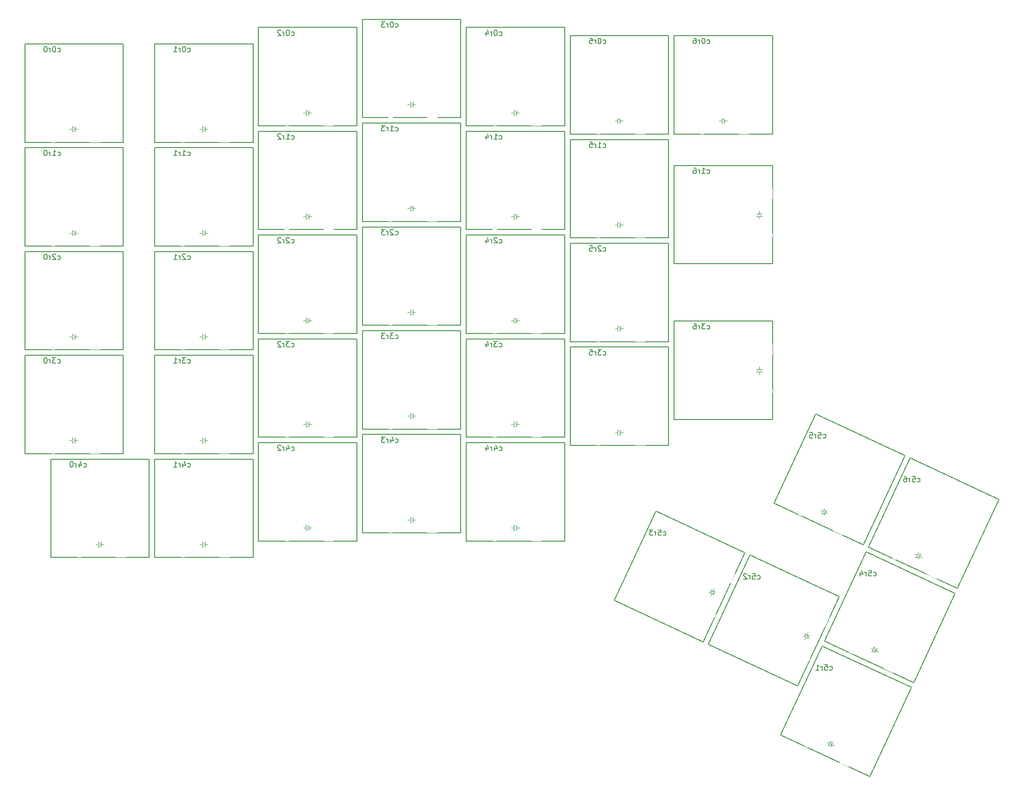
<source format=gbo>
%FSLAX46Y46*%
G04 Gerber Fmt 4.6, Leading zero omitted, Abs format (unit mm)*
G04 Created by KiCad (PCBNEW (2014-09-07 BZR 5117)-product) date Thu 04 Dec 2014 19:35:44 GMT*
%MOMM*%
G01*
G04 APERTURE LIST*
%ADD10C,0.100000*%
%ADD11C,0.150000*%
%ADD12C,1.900000*%
%ADD13C,2.400000*%
%ADD14C,2.500000*%
%ADD15C,1.400000*%
%ADD16R,2.000000X1.900000*%
%ADD17R,1.900000X1.900000*%
%ADD18R,1.700000X1.600000*%
%ADD19R,1.900000X2.000000*%
%ADD20R,1.600000X1.700000*%
%ADD21C,2.127200*%
G04 APERTURE END LIST*
D10*
D11*
X187773809Y-114904762D02*
X187869047Y-114952381D01*
X188059524Y-114952381D01*
X188154762Y-114904762D01*
X188202381Y-114857143D01*
X188250000Y-114761905D01*
X188250000Y-114476190D01*
X188202381Y-114380952D01*
X188154762Y-114333333D01*
X188059524Y-114285714D01*
X187869047Y-114285714D01*
X187773809Y-114333333D01*
X186869047Y-113952381D02*
X187345238Y-113952381D01*
X187392857Y-114428571D01*
X187345238Y-114380952D01*
X187250000Y-114333333D01*
X187011904Y-114333333D01*
X186916666Y-114380952D01*
X186869047Y-114428571D01*
X186821428Y-114523810D01*
X186821428Y-114761905D01*
X186869047Y-114857143D01*
X186916666Y-114904762D01*
X187011904Y-114952381D01*
X187250000Y-114952381D01*
X187345238Y-114904762D01*
X187392857Y-114857143D01*
X186392857Y-114952381D02*
X186392857Y-114285714D01*
X186392857Y-114476190D02*
X186345238Y-114380952D01*
X186297619Y-114333333D01*
X186202381Y-114285714D01*
X186107142Y-114285714D01*
X185869047Y-113952381D02*
X185249999Y-113952381D01*
X185583333Y-114333333D01*
X185440475Y-114333333D01*
X185345237Y-114380952D01*
X185297618Y-114428571D01*
X185249999Y-114523810D01*
X185249999Y-114761905D01*
X185297618Y-114857143D01*
X185345237Y-114904762D01*
X185440475Y-114952381D01*
X185726190Y-114952381D01*
X185821428Y-114904762D01*
X185869047Y-114857143D01*
X204993657Y-122934509D02*
X205088895Y-122982128D01*
X205279372Y-122982128D01*
X205374610Y-122934509D01*
X205422229Y-122886890D01*
X205469848Y-122791652D01*
X205469848Y-122505937D01*
X205422229Y-122410699D01*
X205374610Y-122363080D01*
X205279372Y-122315461D01*
X205088895Y-122315461D01*
X204993657Y-122363080D01*
X204088895Y-121982128D02*
X204565086Y-121982128D01*
X204612705Y-122458318D01*
X204565086Y-122410699D01*
X204469848Y-122363080D01*
X204231752Y-122363080D01*
X204136514Y-122410699D01*
X204088895Y-122458318D01*
X204041276Y-122553557D01*
X204041276Y-122791652D01*
X204088895Y-122886890D01*
X204136514Y-122934509D01*
X204231752Y-122982128D01*
X204469848Y-122982128D01*
X204565086Y-122934509D01*
X204612705Y-122886890D01*
X203612705Y-122982128D02*
X203612705Y-122315461D01*
X203612705Y-122505937D02*
X203565086Y-122410699D01*
X203517467Y-122363080D01*
X203422229Y-122315461D01*
X203326990Y-122315461D01*
X203041276Y-122077366D02*
X202993657Y-122029747D01*
X202898419Y-121982128D01*
X202660323Y-121982128D01*
X202565085Y-122029747D01*
X202517466Y-122077366D01*
X202469847Y-122172604D01*
X202469847Y-122267842D01*
X202517466Y-122410699D01*
X203088895Y-122982128D01*
X202469847Y-122982128D01*
X218198631Y-139574180D02*
X218293869Y-139621799D01*
X218484346Y-139621799D01*
X218579584Y-139574180D01*
X218627203Y-139526561D01*
X218674822Y-139431323D01*
X218674822Y-139145608D01*
X218627203Y-139050370D01*
X218579584Y-139002751D01*
X218484346Y-138955132D01*
X218293869Y-138955132D01*
X218198631Y-139002751D01*
X217293869Y-138621799D02*
X217770060Y-138621799D01*
X217817679Y-139097989D01*
X217770060Y-139050370D01*
X217674822Y-139002751D01*
X217436726Y-139002751D01*
X217341488Y-139050370D01*
X217293869Y-139097989D01*
X217246250Y-139193228D01*
X217246250Y-139431323D01*
X217293869Y-139526561D01*
X217341488Y-139574180D01*
X217436726Y-139621799D01*
X217674822Y-139621799D01*
X217770060Y-139574180D01*
X217817679Y-139526561D01*
X216817679Y-139621799D02*
X216817679Y-138955132D01*
X216817679Y-139145608D02*
X216770060Y-139050370D01*
X216722441Y-139002751D01*
X216627203Y-138955132D01*
X216531964Y-138955132D01*
X215674821Y-139621799D02*
X216246250Y-139621799D01*
X215960536Y-139621799D02*
X215960536Y-138621799D01*
X216055774Y-138764656D01*
X216151012Y-138859894D01*
X216246250Y-138907513D01*
X226228378Y-122354332D02*
X226323616Y-122401951D01*
X226514093Y-122401951D01*
X226609331Y-122354332D01*
X226656950Y-122306713D01*
X226704569Y-122211475D01*
X226704569Y-121925760D01*
X226656950Y-121830522D01*
X226609331Y-121782903D01*
X226514093Y-121735284D01*
X226323616Y-121735284D01*
X226228378Y-121782903D01*
X225323616Y-121401951D02*
X225799807Y-121401951D01*
X225847426Y-121878141D01*
X225799807Y-121830522D01*
X225704569Y-121782903D01*
X225466473Y-121782903D01*
X225371235Y-121830522D01*
X225323616Y-121878141D01*
X225275997Y-121973380D01*
X225275997Y-122211475D01*
X225323616Y-122306713D01*
X225371235Y-122354332D01*
X225466473Y-122401951D01*
X225704569Y-122401951D01*
X225799807Y-122354332D01*
X225847426Y-122306713D01*
X224847426Y-122401951D02*
X224847426Y-121735284D01*
X224847426Y-121925760D02*
X224799807Y-121830522D01*
X224752188Y-121782903D01*
X224656950Y-121735284D01*
X224561711Y-121735284D01*
X223799806Y-121735284D02*
X223799806Y-122401951D01*
X224037902Y-121354332D02*
X224275997Y-122068618D01*
X223656949Y-122068618D01*
X234258125Y-105134484D02*
X234353363Y-105182103D01*
X234543840Y-105182103D01*
X234639078Y-105134484D01*
X234686697Y-105086865D01*
X234734316Y-104991627D01*
X234734316Y-104705912D01*
X234686697Y-104610674D01*
X234639078Y-104563055D01*
X234543840Y-104515436D01*
X234353363Y-104515436D01*
X234258125Y-104563055D01*
X233353363Y-104182103D02*
X233829554Y-104182103D01*
X233877173Y-104658293D01*
X233829554Y-104610674D01*
X233734316Y-104563055D01*
X233496220Y-104563055D01*
X233400982Y-104610674D01*
X233353363Y-104658293D01*
X233305744Y-104753532D01*
X233305744Y-104991627D01*
X233353363Y-105086865D01*
X233400982Y-105134484D01*
X233496220Y-105182103D01*
X233734316Y-105182103D01*
X233829554Y-105134484D01*
X233877173Y-105086865D01*
X232877173Y-105182103D02*
X232877173Y-104515436D01*
X232877173Y-104705912D02*
X232829554Y-104610674D01*
X232781935Y-104563055D01*
X232686697Y-104515436D01*
X232591458Y-104515436D01*
X231829553Y-104182103D02*
X232020030Y-104182103D01*
X232115268Y-104229722D01*
X232162887Y-104277341D01*
X232258125Y-104420198D01*
X232305744Y-104610674D01*
X232305744Y-104991627D01*
X232258125Y-105086865D01*
X232210506Y-105134484D01*
X232115268Y-105182103D01*
X231924791Y-105182103D01*
X231829553Y-105134484D01*
X231781934Y-105086865D01*
X231734315Y-104991627D01*
X231734315Y-104753532D01*
X231781934Y-104658293D01*
X231829553Y-104610674D01*
X231924791Y-104563055D01*
X232115268Y-104563055D01*
X232210506Y-104610674D01*
X232258125Y-104658293D01*
X232305744Y-104753532D01*
X217038277Y-97104737D02*
X217133515Y-97152356D01*
X217323992Y-97152356D01*
X217419230Y-97104737D01*
X217466849Y-97057118D01*
X217514468Y-96961880D01*
X217514468Y-96676165D01*
X217466849Y-96580927D01*
X217419230Y-96533308D01*
X217323992Y-96485689D01*
X217133515Y-96485689D01*
X217038277Y-96533308D01*
X216133515Y-96152356D02*
X216609706Y-96152356D01*
X216657325Y-96628546D01*
X216609706Y-96580927D01*
X216514468Y-96533308D01*
X216276372Y-96533308D01*
X216181134Y-96580927D01*
X216133515Y-96628546D01*
X216085896Y-96723785D01*
X216085896Y-96961880D01*
X216133515Y-97057118D01*
X216181134Y-97104737D01*
X216276372Y-97152356D01*
X216514468Y-97152356D01*
X216609706Y-97104737D01*
X216657325Y-97057118D01*
X215657325Y-97152356D02*
X215657325Y-96485689D01*
X215657325Y-96676165D02*
X215609706Y-96580927D01*
X215562087Y-96533308D01*
X215466849Y-96485689D01*
X215371610Y-96485689D01*
X214562086Y-96152356D02*
X215038277Y-96152356D01*
X215085896Y-96628546D01*
X215038277Y-96580927D01*
X214943039Y-96533308D01*
X214704943Y-96533308D01*
X214609705Y-96580927D01*
X214562086Y-96628546D01*
X214514467Y-96723785D01*
X214514467Y-96961880D01*
X214562086Y-97057118D01*
X214609705Y-97104737D01*
X214704943Y-97152356D01*
X214943039Y-97152356D01*
X215038277Y-97104737D01*
X215085896Y-97057118D01*
X195773809Y-24904762D02*
X195869047Y-24952381D01*
X196059524Y-24952381D01*
X196154762Y-24904762D01*
X196202381Y-24857143D01*
X196250000Y-24761905D01*
X196250000Y-24476190D01*
X196202381Y-24380952D01*
X196154762Y-24333333D01*
X196059524Y-24285714D01*
X195869047Y-24285714D01*
X195773809Y-24333333D01*
X195154762Y-23952381D02*
X195059523Y-23952381D01*
X194964285Y-24000000D01*
X194916666Y-24047619D01*
X194869047Y-24142857D01*
X194821428Y-24333333D01*
X194821428Y-24571429D01*
X194869047Y-24761905D01*
X194916666Y-24857143D01*
X194964285Y-24904762D01*
X195059523Y-24952381D01*
X195154762Y-24952381D01*
X195250000Y-24904762D01*
X195297619Y-24857143D01*
X195345238Y-24761905D01*
X195392857Y-24571429D01*
X195392857Y-24333333D01*
X195345238Y-24142857D01*
X195297619Y-24047619D01*
X195250000Y-24000000D01*
X195154762Y-23952381D01*
X194392857Y-24952381D02*
X194392857Y-24285714D01*
X194392857Y-24476190D02*
X194345238Y-24380952D01*
X194297619Y-24333333D01*
X194202381Y-24285714D01*
X194107142Y-24285714D01*
X193345237Y-23952381D02*
X193535714Y-23952381D01*
X193630952Y-24000000D01*
X193678571Y-24047619D01*
X193773809Y-24190476D01*
X193821428Y-24380952D01*
X193821428Y-24761905D01*
X193773809Y-24857143D01*
X193726190Y-24904762D01*
X193630952Y-24952381D01*
X193440475Y-24952381D01*
X193345237Y-24904762D01*
X193297618Y-24857143D01*
X193249999Y-24761905D01*
X193249999Y-24523810D01*
X193297618Y-24428571D01*
X193345237Y-24380952D01*
X193440475Y-24333333D01*
X193630952Y-24333333D01*
X193726190Y-24380952D01*
X193773809Y-24428571D01*
X193821428Y-24523810D01*
X195773809Y-48654762D02*
X195869047Y-48702381D01*
X196059524Y-48702381D01*
X196154762Y-48654762D01*
X196202381Y-48607143D01*
X196250000Y-48511905D01*
X196250000Y-48226190D01*
X196202381Y-48130952D01*
X196154762Y-48083333D01*
X196059524Y-48035714D01*
X195869047Y-48035714D01*
X195773809Y-48083333D01*
X194821428Y-48702381D02*
X195392857Y-48702381D01*
X195107143Y-48702381D02*
X195107143Y-47702381D01*
X195202381Y-47845238D01*
X195297619Y-47940476D01*
X195392857Y-47988095D01*
X194392857Y-48702381D02*
X194392857Y-48035714D01*
X194392857Y-48226190D02*
X194345238Y-48130952D01*
X194297619Y-48083333D01*
X194202381Y-48035714D01*
X194107142Y-48035714D01*
X193345237Y-47702381D02*
X193535714Y-47702381D01*
X193630952Y-47750000D01*
X193678571Y-47797619D01*
X193773809Y-47940476D01*
X193821428Y-48130952D01*
X193821428Y-48511905D01*
X193773809Y-48607143D01*
X193726190Y-48654762D01*
X193630952Y-48702381D01*
X193440475Y-48702381D01*
X193345237Y-48654762D01*
X193297618Y-48607143D01*
X193249999Y-48511905D01*
X193249999Y-48273810D01*
X193297618Y-48178571D01*
X193345237Y-48130952D01*
X193440475Y-48083333D01*
X193630952Y-48083333D01*
X193726190Y-48130952D01*
X193773809Y-48178571D01*
X193821428Y-48273810D01*
X195773809Y-77154762D02*
X195869047Y-77202381D01*
X196059524Y-77202381D01*
X196154762Y-77154762D01*
X196202381Y-77107143D01*
X196250000Y-77011905D01*
X196250000Y-76726190D01*
X196202381Y-76630952D01*
X196154762Y-76583333D01*
X196059524Y-76535714D01*
X195869047Y-76535714D01*
X195773809Y-76583333D01*
X195440476Y-76202381D02*
X194821428Y-76202381D01*
X195154762Y-76583333D01*
X195011904Y-76583333D01*
X194916666Y-76630952D01*
X194869047Y-76678571D01*
X194821428Y-76773810D01*
X194821428Y-77011905D01*
X194869047Y-77107143D01*
X194916666Y-77154762D01*
X195011904Y-77202381D01*
X195297619Y-77202381D01*
X195392857Y-77154762D01*
X195440476Y-77107143D01*
X194392857Y-77202381D02*
X194392857Y-76535714D01*
X194392857Y-76726190D02*
X194345238Y-76630952D01*
X194297619Y-76583333D01*
X194202381Y-76535714D01*
X194107142Y-76535714D01*
X193345237Y-76202381D02*
X193535714Y-76202381D01*
X193630952Y-76250000D01*
X193678571Y-76297619D01*
X193773809Y-76440476D01*
X193821428Y-76630952D01*
X193821428Y-77011905D01*
X193773809Y-77107143D01*
X193726190Y-77154762D01*
X193630952Y-77202381D01*
X193440475Y-77202381D01*
X193345237Y-77154762D01*
X193297618Y-77107143D01*
X193249999Y-77011905D01*
X193249999Y-76773810D01*
X193297618Y-76678571D01*
X193345237Y-76630952D01*
X193440475Y-76583333D01*
X193630952Y-76583333D01*
X193726190Y-76630952D01*
X193773809Y-76678571D01*
X193821428Y-76773810D01*
X176773809Y-24904762D02*
X176869047Y-24952381D01*
X177059524Y-24952381D01*
X177154762Y-24904762D01*
X177202381Y-24857143D01*
X177250000Y-24761905D01*
X177250000Y-24476190D01*
X177202381Y-24380952D01*
X177154762Y-24333333D01*
X177059524Y-24285714D01*
X176869047Y-24285714D01*
X176773809Y-24333333D01*
X176154762Y-23952381D02*
X176059523Y-23952381D01*
X175964285Y-24000000D01*
X175916666Y-24047619D01*
X175869047Y-24142857D01*
X175821428Y-24333333D01*
X175821428Y-24571429D01*
X175869047Y-24761905D01*
X175916666Y-24857143D01*
X175964285Y-24904762D01*
X176059523Y-24952381D01*
X176154762Y-24952381D01*
X176250000Y-24904762D01*
X176297619Y-24857143D01*
X176345238Y-24761905D01*
X176392857Y-24571429D01*
X176392857Y-24333333D01*
X176345238Y-24142857D01*
X176297619Y-24047619D01*
X176250000Y-24000000D01*
X176154762Y-23952381D01*
X175392857Y-24952381D02*
X175392857Y-24285714D01*
X175392857Y-24476190D02*
X175345238Y-24380952D01*
X175297619Y-24333333D01*
X175202381Y-24285714D01*
X175107142Y-24285714D01*
X174297618Y-23952381D02*
X174773809Y-23952381D01*
X174821428Y-24428571D01*
X174773809Y-24380952D01*
X174678571Y-24333333D01*
X174440475Y-24333333D01*
X174345237Y-24380952D01*
X174297618Y-24428571D01*
X174249999Y-24523810D01*
X174249999Y-24761905D01*
X174297618Y-24857143D01*
X174345237Y-24904762D01*
X174440475Y-24952381D01*
X174678571Y-24952381D01*
X174773809Y-24904762D01*
X174821428Y-24857143D01*
X176773809Y-43904762D02*
X176869047Y-43952381D01*
X177059524Y-43952381D01*
X177154762Y-43904762D01*
X177202381Y-43857143D01*
X177250000Y-43761905D01*
X177250000Y-43476190D01*
X177202381Y-43380952D01*
X177154762Y-43333333D01*
X177059524Y-43285714D01*
X176869047Y-43285714D01*
X176773809Y-43333333D01*
X175821428Y-43952381D02*
X176392857Y-43952381D01*
X176107143Y-43952381D02*
X176107143Y-42952381D01*
X176202381Y-43095238D01*
X176297619Y-43190476D01*
X176392857Y-43238095D01*
X175392857Y-43952381D02*
X175392857Y-43285714D01*
X175392857Y-43476190D02*
X175345238Y-43380952D01*
X175297619Y-43333333D01*
X175202381Y-43285714D01*
X175107142Y-43285714D01*
X174297618Y-42952381D02*
X174773809Y-42952381D01*
X174821428Y-43428571D01*
X174773809Y-43380952D01*
X174678571Y-43333333D01*
X174440475Y-43333333D01*
X174345237Y-43380952D01*
X174297618Y-43428571D01*
X174249999Y-43523810D01*
X174249999Y-43761905D01*
X174297618Y-43857143D01*
X174345237Y-43904762D01*
X174440475Y-43952381D01*
X174678571Y-43952381D01*
X174773809Y-43904762D01*
X174821428Y-43857143D01*
X176773809Y-62904762D02*
X176869047Y-62952381D01*
X177059524Y-62952381D01*
X177154762Y-62904762D01*
X177202381Y-62857143D01*
X177250000Y-62761905D01*
X177250000Y-62476190D01*
X177202381Y-62380952D01*
X177154762Y-62333333D01*
X177059524Y-62285714D01*
X176869047Y-62285714D01*
X176773809Y-62333333D01*
X176392857Y-62047619D02*
X176345238Y-62000000D01*
X176250000Y-61952381D01*
X176011904Y-61952381D01*
X175916666Y-62000000D01*
X175869047Y-62047619D01*
X175821428Y-62142857D01*
X175821428Y-62238095D01*
X175869047Y-62380952D01*
X176440476Y-62952381D01*
X175821428Y-62952381D01*
X175392857Y-62952381D02*
X175392857Y-62285714D01*
X175392857Y-62476190D02*
X175345238Y-62380952D01*
X175297619Y-62333333D01*
X175202381Y-62285714D01*
X175107142Y-62285714D01*
X174297618Y-61952381D02*
X174773809Y-61952381D01*
X174821428Y-62428571D01*
X174773809Y-62380952D01*
X174678571Y-62333333D01*
X174440475Y-62333333D01*
X174345237Y-62380952D01*
X174297618Y-62428571D01*
X174249999Y-62523810D01*
X174249999Y-62761905D01*
X174297618Y-62857143D01*
X174345237Y-62904762D01*
X174440475Y-62952381D01*
X174678571Y-62952381D01*
X174773809Y-62904762D01*
X174821428Y-62857143D01*
X176773809Y-81904762D02*
X176869047Y-81952381D01*
X177059524Y-81952381D01*
X177154762Y-81904762D01*
X177202381Y-81857143D01*
X177250000Y-81761905D01*
X177250000Y-81476190D01*
X177202381Y-81380952D01*
X177154762Y-81333333D01*
X177059524Y-81285714D01*
X176869047Y-81285714D01*
X176773809Y-81333333D01*
X176440476Y-80952381D02*
X175821428Y-80952381D01*
X176154762Y-81333333D01*
X176011904Y-81333333D01*
X175916666Y-81380952D01*
X175869047Y-81428571D01*
X175821428Y-81523810D01*
X175821428Y-81761905D01*
X175869047Y-81857143D01*
X175916666Y-81904762D01*
X176011904Y-81952381D01*
X176297619Y-81952381D01*
X176392857Y-81904762D01*
X176440476Y-81857143D01*
X175392857Y-81952381D02*
X175392857Y-81285714D01*
X175392857Y-81476190D02*
X175345238Y-81380952D01*
X175297619Y-81333333D01*
X175202381Y-81285714D01*
X175107142Y-81285714D01*
X174297618Y-80952381D02*
X174773809Y-80952381D01*
X174821428Y-81428571D01*
X174773809Y-81380952D01*
X174678571Y-81333333D01*
X174440475Y-81333333D01*
X174345237Y-81380952D01*
X174297618Y-81428571D01*
X174249999Y-81523810D01*
X174249999Y-81761905D01*
X174297618Y-81857143D01*
X174345237Y-81904762D01*
X174440475Y-81952381D01*
X174678571Y-81952381D01*
X174773809Y-81904762D01*
X174821428Y-81857143D01*
X157773809Y-23404762D02*
X157869047Y-23452381D01*
X158059524Y-23452381D01*
X158154762Y-23404762D01*
X158202381Y-23357143D01*
X158250000Y-23261905D01*
X158250000Y-22976190D01*
X158202381Y-22880952D01*
X158154762Y-22833333D01*
X158059524Y-22785714D01*
X157869047Y-22785714D01*
X157773809Y-22833333D01*
X157154762Y-22452381D02*
X157059523Y-22452381D01*
X156964285Y-22500000D01*
X156916666Y-22547619D01*
X156869047Y-22642857D01*
X156821428Y-22833333D01*
X156821428Y-23071429D01*
X156869047Y-23261905D01*
X156916666Y-23357143D01*
X156964285Y-23404762D01*
X157059523Y-23452381D01*
X157154762Y-23452381D01*
X157250000Y-23404762D01*
X157297619Y-23357143D01*
X157345238Y-23261905D01*
X157392857Y-23071429D01*
X157392857Y-22833333D01*
X157345238Y-22642857D01*
X157297619Y-22547619D01*
X157250000Y-22500000D01*
X157154762Y-22452381D01*
X156392857Y-23452381D02*
X156392857Y-22785714D01*
X156392857Y-22976190D02*
X156345238Y-22880952D01*
X156297619Y-22833333D01*
X156202381Y-22785714D01*
X156107142Y-22785714D01*
X155345237Y-22785714D02*
X155345237Y-23452381D01*
X155583333Y-22404762D02*
X155821428Y-23119048D01*
X155202380Y-23119048D01*
X157773809Y-42404762D02*
X157869047Y-42452381D01*
X158059524Y-42452381D01*
X158154762Y-42404762D01*
X158202381Y-42357143D01*
X158250000Y-42261905D01*
X158250000Y-41976190D01*
X158202381Y-41880952D01*
X158154762Y-41833333D01*
X158059524Y-41785714D01*
X157869047Y-41785714D01*
X157773809Y-41833333D01*
X156821428Y-42452381D02*
X157392857Y-42452381D01*
X157107143Y-42452381D02*
X157107143Y-41452381D01*
X157202381Y-41595238D01*
X157297619Y-41690476D01*
X157392857Y-41738095D01*
X156392857Y-42452381D02*
X156392857Y-41785714D01*
X156392857Y-41976190D02*
X156345238Y-41880952D01*
X156297619Y-41833333D01*
X156202381Y-41785714D01*
X156107142Y-41785714D01*
X155345237Y-41785714D02*
X155345237Y-42452381D01*
X155583333Y-41404762D02*
X155821428Y-42119048D01*
X155202380Y-42119048D01*
X157773809Y-61404762D02*
X157869047Y-61452381D01*
X158059524Y-61452381D01*
X158154762Y-61404762D01*
X158202381Y-61357143D01*
X158250000Y-61261905D01*
X158250000Y-60976190D01*
X158202381Y-60880952D01*
X158154762Y-60833333D01*
X158059524Y-60785714D01*
X157869047Y-60785714D01*
X157773809Y-60833333D01*
X157392857Y-60547619D02*
X157345238Y-60500000D01*
X157250000Y-60452381D01*
X157011904Y-60452381D01*
X156916666Y-60500000D01*
X156869047Y-60547619D01*
X156821428Y-60642857D01*
X156821428Y-60738095D01*
X156869047Y-60880952D01*
X157440476Y-61452381D01*
X156821428Y-61452381D01*
X156392857Y-61452381D02*
X156392857Y-60785714D01*
X156392857Y-60976190D02*
X156345238Y-60880952D01*
X156297619Y-60833333D01*
X156202381Y-60785714D01*
X156107142Y-60785714D01*
X155345237Y-60785714D02*
X155345237Y-61452381D01*
X155583333Y-60404762D02*
X155821428Y-61119048D01*
X155202380Y-61119048D01*
X157773809Y-80404762D02*
X157869047Y-80452381D01*
X158059524Y-80452381D01*
X158154762Y-80404762D01*
X158202381Y-80357143D01*
X158250000Y-80261905D01*
X158250000Y-79976190D01*
X158202381Y-79880952D01*
X158154762Y-79833333D01*
X158059524Y-79785714D01*
X157869047Y-79785714D01*
X157773809Y-79833333D01*
X157440476Y-79452381D02*
X156821428Y-79452381D01*
X157154762Y-79833333D01*
X157011904Y-79833333D01*
X156916666Y-79880952D01*
X156869047Y-79928571D01*
X156821428Y-80023810D01*
X156821428Y-80261905D01*
X156869047Y-80357143D01*
X156916666Y-80404762D01*
X157011904Y-80452381D01*
X157297619Y-80452381D01*
X157392857Y-80404762D01*
X157440476Y-80357143D01*
X156392857Y-80452381D02*
X156392857Y-79785714D01*
X156392857Y-79976190D02*
X156345238Y-79880952D01*
X156297619Y-79833333D01*
X156202381Y-79785714D01*
X156107142Y-79785714D01*
X155345237Y-79785714D02*
X155345237Y-80452381D01*
X155583333Y-79404762D02*
X155821428Y-80119048D01*
X155202380Y-80119048D01*
X157773809Y-99404762D02*
X157869047Y-99452381D01*
X158059524Y-99452381D01*
X158154762Y-99404762D01*
X158202381Y-99357143D01*
X158250000Y-99261905D01*
X158250000Y-98976190D01*
X158202381Y-98880952D01*
X158154762Y-98833333D01*
X158059524Y-98785714D01*
X157869047Y-98785714D01*
X157773809Y-98833333D01*
X156916666Y-98785714D02*
X156916666Y-99452381D01*
X157154762Y-98404762D02*
X157392857Y-99119048D01*
X156773809Y-99119048D01*
X156392857Y-99452381D02*
X156392857Y-98785714D01*
X156392857Y-98976190D02*
X156345238Y-98880952D01*
X156297619Y-98833333D01*
X156202381Y-98785714D01*
X156107142Y-98785714D01*
X155345237Y-98785714D02*
X155345237Y-99452381D01*
X155583333Y-98404762D02*
X155821428Y-99119048D01*
X155202380Y-99119048D01*
X138773809Y-21904762D02*
X138869047Y-21952381D01*
X139059524Y-21952381D01*
X139154762Y-21904762D01*
X139202381Y-21857143D01*
X139250000Y-21761905D01*
X139250000Y-21476190D01*
X139202381Y-21380952D01*
X139154762Y-21333333D01*
X139059524Y-21285714D01*
X138869047Y-21285714D01*
X138773809Y-21333333D01*
X138154762Y-20952381D02*
X138059523Y-20952381D01*
X137964285Y-21000000D01*
X137916666Y-21047619D01*
X137869047Y-21142857D01*
X137821428Y-21333333D01*
X137821428Y-21571429D01*
X137869047Y-21761905D01*
X137916666Y-21857143D01*
X137964285Y-21904762D01*
X138059523Y-21952381D01*
X138154762Y-21952381D01*
X138250000Y-21904762D01*
X138297619Y-21857143D01*
X138345238Y-21761905D01*
X138392857Y-21571429D01*
X138392857Y-21333333D01*
X138345238Y-21142857D01*
X138297619Y-21047619D01*
X138250000Y-21000000D01*
X138154762Y-20952381D01*
X137392857Y-21952381D02*
X137392857Y-21285714D01*
X137392857Y-21476190D02*
X137345238Y-21380952D01*
X137297619Y-21333333D01*
X137202381Y-21285714D01*
X137107142Y-21285714D01*
X136869047Y-20952381D02*
X136249999Y-20952381D01*
X136583333Y-21333333D01*
X136440475Y-21333333D01*
X136345237Y-21380952D01*
X136297618Y-21428571D01*
X136249999Y-21523810D01*
X136249999Y-21761905D01*
X136297618Y-21857143D01*
X136345237Y-21904762D01*
X136440475Y-21952381D01*
X136726190Y-21952381D01*
X136821428Y-21904762D01*
X136869047Y-21857143D01*
X138773809Y-40904762D02*
X138869047Y-40952381D01*
X139059524Y-40952381D01*
X139154762Y-40904762D01*
X139202381Y-40857143D01*
X139250000Y-40761905D01*
X139250000Y-40476190D01*
X139202381Y-40380952D01*
X139154762Y-40333333D01*
X139059524Y-40285714D01*
X138869047Y-40285714D01*
X138773809Y-40333333D01*
X137821428Y-40952381D02*
X138392857Y-40952381D01*
X138107143Y-40952381D02*
X138107143Y-39952381D01*
X138202381Y-40095238D01*
X138297619Y-40190476D01*
X138392857Y-40238095D01*
X137392857Y-40952381D02*
X137392857Y-40285714D01*
X137392857Y-40476190D02*
X137345238Y-40380952D01*
X137297619Y-40333333D01*
X137202381Y-40285714D01*
X137107142Y-40285714D01*
X136869047Y-39952381D02*
X136249999Y-39952381D01*
X136583333Y-40333333D01*
X136440475Y-40333333D01*
X136345237Y-40380952D01*
X136297618Y-40428571D01*
X136249999Y-40523810D01*
X136249999Y-40761905D01*
X136297618Y-40857143D01*
X136345237Y-40904762D01*
X136440475Y-40952381D01*
X136726190Y-40952381D01*
X136821428Y-40904762D01*
X136869047Y-40857143D01*
X138773809Y-59904762D02*
X138869047Y-59952381D01*
X139059524Y-59952381D01*
X139154762Y-59904762D01*
X139202381Y-59857143D01*
X139250000Y-59761905D01*
X139250000Y-59476190D01*
X139202381Y-59380952D01*
X139154762Y-59333333D01*
X139059524Y-59285714D01*
X138869047Y-59285714D01*
X138773809Y-59333333D01*
X138392857Y-59047619D02*
X138345238Y-59000000D01*
X138250000Y-58952381D01*
X138011904Y-58952381D01*
X137916666Y-59000000D01*
X137869047Y-59047619D01*
X137821428Y-59142857D01*
X137821428Y-59238095D01*
X137869047Y-59380952D01*
X138440476Y-59952381D01*
X137821428Y-59952381D01*
X137392857Y-59952381D02*
X137392857Y-59285714D01*
X137392857Y-59476190D02*
X137345238Y-59380952D01*
X137297619Y-59333333D01*
X137202381Y-59285714D01*
X137107142Y-59285714D01*
X136869047Y-58952381D02*
X136249999Y-58952381D01*
X136583333Y-59333333D01*
X136440475Y-59333333D01*
X136345237Y-59380952D01*
X136297618Y-59428571D01*
X136249999Y-59523810D01*
X136249999Y-59761905D01*
X136297618Y-59857143D01*
X136345237Y-59904762D01*
X136440475Y-59952381D01*
X136726190Y-59952381D01*
X136821428Y-59904762D01*
X136869047Y-59857143D01*
X138773809Y-78904762D02*
X138869047Y-78952381D01*
X139059524Y-78952381D01*
X139154762Y-78904762D01*
X139202381Y-78857143D01*
X139250000Y-78761905D01*
X139250000Y-78476190D01*
X139202381Y-78380952D01*
X139154762Y-78333333D01*
X139059524Y-78285714D01*
X138869047Y-78285714D01*
X138773809Y-78333333D01*
X138440476Y-77952381D02*
X137821428Y-77952381D01*
X138154762Y-78333333D01*
X138011904Y-78333333D01*
X137916666Y-78380952D01*
X137869047Y-78428571D01*
X137821428Y-78523810D01*
X137821428Y-78761905D01*
X137869047Y-78857143D01*
X137916666Y-78904762D01*
X138011904Y-78952381D01*
X138297619Y-78952381D01*
X138392857Y-78904762D01*
X138440476Y-78857143D01*
X137392857Y-78952381D02*
X137392857Y-78285714D01*
X137392857Y-78476190D02*
X137345238Y-78380952D01*
X137297619Y-78333333D01*
X137202381Y-78285714D01*
X137107142Y-78285714D01*
X136869047Y-77952381D02*
X136249999Y-77952381D01*
X136583333Y-78333333D01*
X136440475Y-78333333D01*
X136345237Y-78380952D01*
X136297618Y-78428571D01*
X136249999Y-78523810D01*
X136249999Y-78761905D01*
X136297618Y-78857143D01*
X136345237Y-78904762D01*
X136440475Y-78952381D01*
X136726190Y-78952381D01*
X136821428Y-78904762D01*
X136869047Y-78857143D01*
X138773809Y-97904762D02*
X138869047Y-97952381D01*
X139059524Y-97952381D01*
X139154762Y-97904762D01*
X139202381Y-97857143D01*
X139250000Y-97761905D01*
X139250000Y-97476190D01*
X139202381Y-97380952D01*
X139154762Y-97333333D01*
X139059524Y-97285714D01*
X138869047Y-97285714D01*
X138773809Y-97333333D01*
X137916666Y-97285714D02*
X137916666Y-97952381D01*
X138154762Y-96904762D02*
X138392857Y-97619048D01*
X137773809Y-97619048D01*
X137392857Y-97952381D02*
X137392857Y-97285714D01*
X137392857Y-97476190D02*
X137345238Y-97380952D01*
X137297619Y-97333333D01*
X137202381Y-97285714D01*
X137107142Y-97285714D01*
X136869047Y-96952381D02*
X136249999Y-96952381D01*
X136583333Y-97333333D01*
X136440475Y-97333333D01*
X136345237Y-97380952D01*
X136297618Y-97428571D01*
X136249999Y-97523810D01*
X136249999Y-97761905D01*
X136297618Y-97857143D01*
X136345237Y-97904762D01*
X136440475Y-97952381D01*
X136726190Y-97952381D01*
X136821428Y-97904762D01*
X136869047Y-97857143D01*
X119773809Y-23404762D02*
X119869047Y-23452381D01*
X120059524Y-23452381D01*
X120154762Y-23404762D01*
X120202381Y-23357143D01*
X120250000Y-23261905D01*
X120250000Y-22976190D01*
X120202381Y-22880952D01*
X120154762Y-22833333D01*
X120059524Y-22785714D01*
X119869047Y-22785714D01*
X119773809Y-22833333D01*
X119154762Y-22452381D02*
X119059523Y-22452381D01*
X118964285Y-22500000D01*
X118916666Y-22547619D01*
X118869047Y-22642857D01*
X118821428Y-22833333D01*
X118821428Y-23071429D01*
X118869047Y-23261905D01*
X118916666Y-23357143D01*
X118964285Y-23404762D01*
X119059523Y-23452381D01*
X119154762Y-23452381D01*
X119250000Y-23404762D01*
X119297619Y-23357143D01*
X119345238Y-23261905D01*
X119392857Y-23071429D01*
X119392857Y-22833333D01*
X119345238Y-22642857D01*
X119297619Y-22547619D01*
X119250000Y-22500000D01*
X119154762Y-22452381D01*
X118392857Y-23452381D02*
X118392857Y-22785714D01*
X118392857Y-22976190D02*
X118345238Y-22880952D01*
X118297619Y-22833333D01*
X118202381Y-22785714D01*
X118107142Y-22785714D01*
X117821428Y-22547619D02*
X117773809Y-22500000D01*
X117678571Y-22452381D01*
X117440475Y-22452381D01*
X117345237Y-22500000D01*
X117297618Y-22547619D01*
X117249999Y-22642857D01*
X117249999Y-22738095D01*
X117297618Y-22880952D01*
X117869047Y-23452381D01*
X117249999Y-23452381D01*
X119773809Y-42404762D02*
X119869047Y-42452381D01*
X120059524Y-42452381D01*
X120154762Y-42404762D01*
X120202381Y-42357143D01*
X120250000Y-42261905D01*
X120250000Y-41976190D01*
X120202381Y-41880952D01*
X120154762Y-41833333D01*
X120059524Y-41785714D01*
X119869047Y-41785714D01*
X119773809Y-41833333D01*
X118821428Y-42452381D02*
X119392857Y-42452381D01*
X119107143Y-42452381D02*
X119107143Y-41452381D01*
X119202381Y-41595238D01*
X119297619Y-41690476D01*
X119392857Y-41738095D01*
X118392857Y-42452381D02*
X118392857Y-41785714D01*
X118392857Y-41976190D02*
X118345238Y-41880952D01*
X118297619Y-41833333D01*
X118202381Y-41785714D01*
X118107142Y-41785714D01*
X117821428Y-41547619D02*
X117773809Y-41500000D01*
X117678571Y-41452381D01*
X117440475Y-41452381D01*
X117345237Y-41500000D01*
X117297618Y-41547619D01*
X117249999Y-41642857D01*
X117249999Y-41738095D01*
X117297618Y-41880952D01*
X117869047Y-42452381D01*
X117249999Y-42452381D01*
X119773809Y-61404762D02*
X119869047Y-61452381D01*
X120059524Y-61452381D01*
X120154762Y-61404762D01*
X120202381Y-61357143D01*
X120250000Y-61261905D01*
X120250000Y-60976190D01*
X120202381Y-60880952D01*
X120154762Y-60833333D01*
X120059524Y-60785714D01*
X119869047Y-60785714D01*
X119773809Y-60833333D01*
X119392857Y-60547619D02*
X119345238Y-60500000D01*
X119250000Y-60452381D01*
X119011904Y-60452381D01*
X118916666Y-60500000D01*
X118869047Y-60547619D01*
X118821428Y-60642857D01*
X118821428Y-60738095D01*
X118869047Y-60880952D01*
X119440476Y-61452381D01*
X118821428Y-61452381D01*
X118392857Y-61452381D02*
X118392857Y-60785714D01*
X118392857Y-60976190D02*
X118345238Y-60880952D01*
X118297619Y-60833333D01*
X118202381Y-60785714D01*
X118107142Y-60785714D01*
X117821428Y-60547619D02*
X117773809Y-60500000D01*
X117678571Y-60452381D01*
X117440475Y-60452381D01*
X117345237Y-60500000D01*
X117297618Y-60547619D01*
X117249999Y-60642857D01*
X117249999Y-60738095D01*
X117297618Y-60880952D01*
X117869047Y-61452381D01*
X117249999Y-61452381D01*
X119773809Y-80404762D02*
X119869047Y-80452381D01*
X120059524Y-80452381D01*
X120154762Y-80404762D01*
X120202381Y-80357143D01*
X120250000Y-80261905D01*
X120250000Y-79976190D01*
X120202381Y-79880952D01*
X120154762Y-79833333D01*
X120059524Y-79785714D01*
X119869047Y-79785714D01*
X119773809Y-79833333D01*
X119440476Y-79452381D02*
X118821428Y-79452381D01*
X119154762Y-79833333D01*
X119011904Y-79833333D01*
X118916666Y-79880952D01*
X118869047Y-79928571D01*
X118821428Y-80023810D01*
X118821428Y-80261905D01*
X118869047Y-80357143D01*
X118916666Y-80404762D01*
X119011904Y-80452381D01*
X119297619Y-80452381D01*
X119392857Y-80404762D01*
X119440476Y-80357143D01*
X118392857Y-80452381D02*
X118392857Y-79785714D01*
X118392857Y-79976190D02*
X118345238Y-79880952D01*
X118297619Y-79833333D01*
X118202381Y-79785714D01*
X118107142Y-79785714D01*
X117821428Y-79547619D02*
X117773809Y-79500000D01*
X117678571Y-79452381D01*
X117440475Y-79452381D01*
X117345237Y-79500000D01*
X117297618Y-79547619D01*
X117249999Y-79642857D01*
X117249999Y-79738095D01*
X117297618Y-79880952D01*
X117869047Y-80452381D01*
X117249999Y-80452381D01*
X119773809Y-99404762D02*
X119869047Y-99452381D01*
X120059524Y-99452381D01*
X120154762Y-99404762D01*
X120202381Y-99357143D01*
X120250000Y-99261905D01*
X120250000Y-98976190D01*
X120202381Y-98880952D01*
X120154762Y-98833333D01*
X120059524Y-98785714D01*
X119869047Y-98785714D01*
X119773809Y-98833333D01*
X118916666Y-98785714D02*
X118916666Y-99452381D01*
X119154762Y-98404762D02*
X119392857Y-99119048D01*
X118773809Y-99119048D01*
X118392857Y-99452381D02*
X118392857Y-98785714D01*
X118392857Y-98976190D02*
X118345238Y-98880952D01*
X118297619Y-98833333D01*
X118202381Y-98785714D01*
X118107142Y-98785714D01*
X117821428Y-98547619D02*
X117773809Y-98500000D01*
X117678571Y-98452381D01*
X117440475Y-98452381D01*
X117345237Y-98500000D01*
X117297618Y-98547619D01*
X117249999Y-98642857D01*
X117249999Y-98738095D01*
X117297618Y-98880952D01*
X117869047Y-99452381D01*
X117249999Y-99452381D01*
X100773809Y-26404762D02*
X100869047Y-26452381D01*
X101059524Y-26452381D01*
X101154762Y-26404762D01*
X101202381Y-26357143D01*
X101250000Y-26261905D01*
X101250000Y-25976190D01*
X101202381Y-25880952D01*
X101154762Y-25833333D01*
X101059524Y-25785714D01*
X100869047Y-25785714D01*
X100773809Y-25833333D01*
X100154762Y-25452381D02*
X100059523Y-25452381D01*
X99964285Y-25500000D01*
X99916666Y-25547619D01*
X99869047Y-25642857D01*
X99821428Y-25833333D01*
X99821428Y-26071429D01*
X99869047Y-26261905D01*
X99916666Y-26357143D01*
X99964285Y-26404762D01*
X100059523Y-26452381D01*
X100154762Y-26452381D01*
X100250000Y-26404762D01*
X100297619Y-26357143D01*
X100345238Y-26261905D01*
X100392857Y-26071429D01*
X100392857Y-25833333D01*
X100345238Y-25642857D01*
X100297619Y-25547619D01*
X100250000Y-25500000D01*
X100154762Y-25452381D01*
X99392857Y-26452381D02*
X99392857Y-25785714D01*
X99392857Y-25976190D02*
X99345238Y-25880952D01*
X99297619Y-25833333D01*
X99202381Y-25785714D01*
X99107142Y-25785714D01*
X98249999Y-26452381D02*
X98821428Y-26452381D01*
X98535714Y-26452381D02*
X98535714Y-25452381D01*
X98630952Y-25595238D01*
X98726190Y-25690476D01*
X98821428Y-25738095D01*
X100773809Y-45404762D02*
X100869047Y-45452381D01*
X101059524Y-45452381D01*
X101154762Y-45404762D01*
X101202381Y-45357143D01*
X101250000Y-45261905D01*
X101250000Y-44976190D01*
X101202381Y-44880952D01*
X101154762Y-44833333D01*
X101059524Y-44785714D01*
X100869047Y-44785714D01*
X100773809Y-44833333D01*
X99821428Y-45452381D02*
X100392857Y-45452381D01*
X100107143Y-45452381D02*
X100107143Y-44452381D01*
X100202381Y-44595238D01*
X100297619Y-44690476D01*
X100392857Y-44738095D01*
X99392857Y-45452381D02*
X99392857Y-44785714D01*
X99392857Y-44976190D02*
X99345238Y-44880952D01*
X99297619Y-44833333D01*
X99202381Y-44785714D01*
X99107142Y-44785714D01*
X98249999Y-45452381D02*
X98821428Y-45452381D01*
X98535714Y-45452381D02*
X98535714Y-44452381D01*
X98630952Y-44595238D01*
X98726190Y-44690476D01*
X98821428Y-44738095D01*
X100773809Y-64404762D02*
X100869047Y-64452381D01*
X101059524Y-64452381D01*
X101154762Y-64404762D01*
X101202381Y-64357143D01*
X101250000Y-64261905D01*
X101250000Y-63976190D01*
X101202381Y-63880952D01*
X101154762Y-63833333D01*
X101059524Y-63785714D01*
X100869047Y-63785714D01*
X100773809Y-63833333D01*
X100392857Y-63547619D02*
X100345238Y-63500000D01*
X100250000Y-63452381D01*
X100011904Y-63452381D01*
X99916666Y-63500000D01*
X99869047Y-63547619D01*
X99821428Y-63642857D01*
X99821428Y-63738095D01*
X99869047Y-63880952D01*
X100440476Y-64452381D01*
X99821428Y-64452381D01*
X99392857Y-64452381D02*
X99392857Y-63785714D01*
X99392857Y-63976190D02*
X99345238Y-63880952D01*
X99297619Y-63833333D01*
X99202381Y-63785714D01*
X99107142Y-63785714D01*
X98249999Y-64452381D02*
X98821428Y-64452381D01*
X98535714Y-64452381D02*
X98535714Y-63452381D01*
X98630952Y-63595238D01*
X98726190Y-63690476D01*
X98821428Y-63738095D01*
X100773809Y-83404762D02*
X100869047Y-83452381D01*
X101059524Y-83452381D01*
X101154762Y-83404762D01*
X101202381Y-83357143D01*
X101250000Y-83261905D01*
X101250000Y-82976190D01*
X101202381Y-82880952D01*
X101154762Y-82833333D01*
X101059524Y-82785714D01*
X100869047Y-82785714D01*
X100773809Y-82833333D01*
X100440476Y-82452381D02*
X99821428Y-82452381D01*
X100154762Y-82833333D01*
X100011904Y-82833333D01*
X99916666Y-82880952D01*
X99869047Y-82928571D01*
X99821428Y-83023810D01*
X99821428Y-83261905D01*
X99869047Y-83357143D01*
X99916666Y-83404762D01*
X100011904Y-83452381D01*
X100297619Y-83452381D01*
X100392857Y-83404762D01*
X100440476Y-83357143D01*
X99392857Y-83452381D02*
X99392857Y-82785714D01*
X99392857Y-82976190D02*
X99345238Y-82880952D01*
X99297619Y-82833333D01*
X99202381Y-82785714D01*
X99107142Y-82785714D01*
X98249999Y-83452381D02*
X98821428Y-83452381D01*
X98535714Y-83452381D02*
X98535714Y-82452381D01*
X98630952Y-82595238D01*
X98726190Y-82690476D01*
X98821428Y-82738095D01*
X100773809Y-102404762D02*
X100869047Y-102452381D01*
X101059524Y-102452381D01*
X101154762Y-102404762D01*
X101202381Y-102357143D01*
X101250000Y-102261905D01*
X101250000Y-101976190D01*
X101202381Y-101880952D01*
X101154762Y-101833333D01*
X101059524Y-101785714D01*
X100869047Y-101785714D01*
X100773809Y-101833333D01*
X99916666Y-101785714D02*
X99916666Y-102452381D01*
X100154762Y-101404762D02*
X100392857Y-102119048D01*
X99773809Y-102119048D01*
X99392857Y-102452381D02*
X99392857Y-101785714D01*
X99392857Y-101976190D02*
X99345238Y-101880952D01*
X99297619Y-101833333D01*
X99202381Y-101785714D01*
X99107142Y-101785714D01*
X98249999Y-102452381D02*
X98821428Y-102452381D01*
X98535714Y-102452381D02*
X98535714Y-101452381D01*
X98630952Y-101595238D01*
X98726190Y-101690476D01*
X98821428Y-101738095D01*
X77023809Y-26404762D02*
X77119047Y-26452381D01*
X77309524Y-26452381D01*
X77404762Y-26404762D01*
X77452381Y-26357143D01*
X77500000Y-26261905D01*
X77500000Y-25976190D01*
X77452381Y-25880952D01*
X77404762Y-25833333D01*
X77309524Y-25785714D01*
X77119047Y-25785714D01*
X77023809Y-25833333D01*
X76404762Y-25452381D02*
X76309523Y-25452381D01*
X76214285Y-25500000D01*
X76166666Y-25547619D01*
X76119047Y-25642857D01*
X76071428Y-25833333D01*
X76071428Y-26071429D01*
X76119047Y-26261905D01*
X76166666Y-26357143D01*
X76214285Y-26404762D01*
X76309523Y-26452381D01*
X76404762Y-26452381D01*
X76500000Y-26404762D01*
X76547619Y-26357143D01*
X76595238Y-26261905D01*
X76642857Y-26071429D01*
X76642857Y-25833333D01*
X76595238Y-25642857D01*
X76547619Y-25547619D01*
X76500000Y-25500000D01*
X76404762Y-25452381D01*
X75642857Y-26452381D02*
X75642857Y-25785714D01*
X75642857Y-25976190D02*
X75595238Y-25880952D01*
X75547619Y-25833333D01*
X75452381Y-25785714D01*
X75357142Y-25785714D01*
X74833333Y-25452381D02*
X74738094Y-25452381D01*
X74642856Y-25500000D01*
X74595237Y-25547619D01*
X74547618Y-25642857D01*
X74499999Y-25833333D01*
X74499999Y-26071429D01*
X74547618Y-26261905D01*
X74595237Y-26357143D01*
X74642856Y-26404762D01*
X74738094Y-26452381D01*
X74833333Y-26452381D01*
X74928571Y-26404762D01*
X74976190Y-26357143D01*
X75023809Y-26261905D01*
X75071428Y-26071429D01*
X75071428Y-25833333D01*
X75023809Y-25642857D01*
X74976190Y-25547619D01*
X74928571Y-25500000D01*
X74833333Y-25452381D01*
X77023809Y-45404762D02*
X77119047Y-45452381D01*
X77309524Y-45452381D01*
X77404762Y-45404762D01*
X77452381Y-45357143D01*
X77500000Y-45261905D01*
X77500000Y-44976190D01*
X77452381Y-44880952D01*
X77404762Y-44833333D01*
X77309524Y-44785714D01*
X77119047Y-44785714D01*
X77023809Y-44833333D01*
X76071428Y-45452381D02*
X76642857Y-45452381D01*
X76357143Y-45452381D02*
X76357143Y-44452381D01*
X76452381Y-44595238D01*
X76547619Y-44690476D01*
X76642857Y-44738095D01*
X75642857Y-45452381D02*
X75642857Y-44785714D01*
X75642857Y-44976190D02*
X75595238Y-44880952D01*
X75547619Y-44833333D01*
X75452381Y-44785714D01*
X75357142Y-44785714D01*
X74833333Y-44452381D02*
X74738094Y-44452381D01*
X74642856Y-44500000D01*
X74595237Y-44547619D01*
X74547618Y-44642857D01*
X74499999Y-44833333D01*
X74499999Y-45071429D01*
X74547618Y-45261905D01*
X74595237Y-45357143D01*
X74642856Y-45404762D01*
X74738094Y-45452381D01*
X74833333Y-45452381D01*
X74928571Y-45404762D01*
X74976190Y-45357143D01*
X75023809Y-45261905D01*
X75071428Y-45071429D01*
X75071428Y-44833333D01*
X75023809Y-44642857D01*
X74976190Y-44547619D01*
X74928571Y-44500000D01*
X74833333Y-44452381D01*
X77023809Y-64404762D02*
X77119047Y-64452381D01*
X77309524Y-64452381D01*
X77404762Y-64404762D01*
X77452381Y-64357143D01*
X77500000Y-64261905D01*
X77500000Y-63976190D01*
X77452381Y-63880952D01*
X77404762Y-63833333D01*
X77309524Y-63785714D01*
X77119047Y-63785714D01*
X77023809Y-63833333D01*
X76642857Y-63547619D02*
X76595238Y-63500000D01*
X76500000Y-63452381D01*
X76261904Y-63452381D01*
X76166666Y-63500000D01*
X76119047Y-63547619D01*
X76071428Y-63642857D01*
X76071428Y-63738095D01*
X76119047Y-63880952D01*
X76690476Y-64452381D01*
X76071428Y-64452381D01*
X75642857Y-64452381D02*
X75642857Y-63785714D01*
X75642857Y-63976190D02*
X75595238Y-63880952D01*
X75547619Y-63833333D01*
X75452381Y-63785714D01*
X75357142Y-63785714D01*
X74833333Y-63452381D02*
X74738094Y-63452381D01*
X74642856Y-63500000D01*
X74595237Y-63547619D01*
X74547618Y-63642857D01*
X74499999Y-63833333D01*
X74499999Y-64071429D01*
X74547618Y-64261905D01*
X74595237Y-64357143D01*
X74642856Y-64404762D01*
X74738094Y-64452381D01*
X74833333Y-64452381D01*
X74928571Y-64404762D01*
X74976190Y-64357143D01*
X75023809Y-64261905D01*
X75071428Y-64071429D01*
X75071428Y-63833333D01*
X75023809Y-63642857D01*
X74976190Y-63547619D01*
X74928571Y-63500000D01*
X74833333Y-63452381D01*
X77023809Y-83404762D02*
X77119047Y-83452381D01*
X77309524Y-83452381D01*
X77404762Y-83404762D01*
X77452381Y-83357143D01*
X77500000Y-83261905D01*
X77500000Y-82976190D01*
X77452381Y-82880952D01*
X77404762Y-82833333D01*
X77309524Y-82785714D01*
X77119047Y-82785714D01*
X77023809Y-82833333D01*
X76690476Y-82452381D02*
X76071428Y-82452381D01*
X76404762Y-82833333D01*
X76261904Y-82833333D01*
X76166666Y-82880952D01*
X76119047Y-82928571D01*
X76071428Y-83023810D01*
X76071428Y-83261905D01*
X76119047Y-83357143D01*
X76166666Y-83404762D01*
X76261904Y-83452381D01*
X76547619Y-83452381D01*
X76642857Y-83404762D01*
X76690476Y-83357143D01*
X75642857Y-83452381D02*
X75642857Y-82785714D01*
X75642857Y-82976190D02*
X75595238Y-82880952D01*
X75547619Y-82833333D01*
X75452381Y-82785714D01*
X75357142Y-82785714D01*
X74833333Y-82452381D02*
X74738094Y-82452381D01*
X74642856Y-82500000D01*
X74595237Y-82547619D01*
X74547618Y-82642857D01*
X74499999Y-82833333D01*
X74499999Y-83071429D01*
X74547618Y-83261905D01*
X74595237Y-83357143D01*
X74642856Y-83404762D01*
X74738094Y-83452381D01*
X74833333Y-83452381D01*
X74928571Y-83404762D01*
X74976190Y-83357143D01*
X75023809Y-83261905D01*
X75071428Y-83071429D01*
X75071428Y-82833333D01*
X75023809Y-82642857D01*
X74976190Y-82547619D01*
X74928571Y-82500000D01*
X74833333Y-82452381D01*
X81773809Y-102404762D02*
X81869047Y-102452381D01*
X82059524Y-102452381D01*
X82154762Y-102404762D01*
X82202381Y-102357143D01*
X82250000Y-102261905D01*
X82250000Y-101976190D01*
X82202381Y-101880952D01*
X82154762Y-101833333D01*
X82059524Y-101785714D01*
X81869047Y-101785714D01*
X81773809Y-101833333D01*
X80916666Y-101785714D02*
X80916666Y-102452381D01*
X81154762Y-101404762D02*
X81392857Y-102119048D01*
X80773809Y-102119048D01*
X80392857Y-102452381D02*
X80392857Y-101785714D01*
X80392857Y-101976190D02*
X80345238Y-101880952D01*
X80297619Y-101833333D01*
X80202381Y-101785714D01*
X80107142Y-101785714D01*
X79583333Y-101452381D02*
X79488094Y-101452381D01*
X79392856Y-101500000D01*
X79345237Y-101547619D01*
X79297618Y-101642857D01*
X79249999Y-101833333D01*
X79249999Y-102071429D01*
X79297618Y-102261905D01*
X79345237Y-102357143D01*
X79392856Y-102404762D01*
X79488094Y-102452381D01*
X79583333Y-102452381D01*
X79678571Y-102404762D01*
X79726190Y-102357143D01*
X79773809Y-102261905D01*
X79821428Y-102071429D01*
X79821428Y-101833333D01*
X79773809Y-101642857D01*
X79726190Y-101547619D01*
X79678571Y-101500000D01*
X79583333Y-101452381D01*
D10*
X196604846Y-125561173D02*
X196393537Y-126014327D01*
X196816155Y-125108019D02*
X197027464Y-124654865D01*
X196816155Y-125108019D02*
X197058000Y-125772482D01*
X197058000Y-125772482D02*
X196151692Y-125349864D01*
X196151692Y-125349864D02*
X196816155Y-125108019D01*
X196363001Y-124896710D02*
X197269309Y-125319328D01*
D11*
X178789666Y-126853206D02*
X186396794Y-110539666D01*
X186396794Y-110539666D02*
X202710334Y-118146794D01*
X202710334Y-118146794D02*
X195103206Y-134460334D01*
X195103206Y-134460334D02*
X178789666Y-126853206D01*
D10*
X213824694Y-133590920D02*
X213613385Y-134044074D01*
X214036003Y-133137766D02*
X214247312Y-132684612D01*
X214036003Y-133137766D02*
X214277848Y-133802229D01*
X214277848Y-133802229D02*
X213371540Y-133379611D01*
X213371540Y-133379611D02*
X214036003Y-133137766D01*
X213582849Y-132926457D02*
X214489157Y-133349075D01*
D11*
X196009514Y-134882953D02*
X203616642Y-118569413D01*
X203616642Y-118569413D02*
X219930182Y-126176541D01*
X219930182Y-126176541D02*
X212323054Y-142490081D01*
X212323054Y-142490081D02*
X196009514Y-134882953D01*
D10*
X218113649Y-153024264D02*
X217660495Y-152812955D01*
X218566803Y-153235573D02*
X219019957Y-153446882D01*
X218566803Y-153235573D02*
X217902340Y-153477418D01*
X217902340Y-153477418D02*
X218324958Y-152571110D01*
X218324958Y-152571110D02*
X218566803Y-153235573D01*
X218778112Y-152782419D02*
X218355494Y-153688727D01*
D11*
X216821616Y-135209084D02*
X233135156Y-142816212D01*
X233135156Y-142816212D02*
X225528028Y-159129752D01*
X225528028Y-159129752D02*
X209214488Y-151522624D01*
X209214488Y-151522624D02*
X216821616Y-135209084D01*
D10*
X226143396Y-135804416D02*
X225690242Y-135593107D01*
X226596550Y-136015725D02*
X227049704Y-136227034D01*
X226596550Y-136015725D02*
X225932087Y-136257570D01*
X225932087Y-136257570D02*
X226354705Y-135351262D01*
X226354705Y-135351262D02*
X226596550Y-136015725D01*
X226807859Y-135562571D02*
X226385241Y-136468879D01*
D11*
X224851363Y-117989236D02*
X241164903Y-125596364D01*
X241164903Y-125596364D02*
X233557775Y-141909904D01*
X233557775Y-141909904D02*
X217244235Y-134302776D01*
X217244235Y-134302776D02*
X224851363Y-117989236D01*
D10*
X234173143Y-118584568D02*
X233719989Y-118373259D01*
X234626297Y-118795877D02*
X235079451Y-119007186D01*
X234626297Y-118795877D02*
X233961834Y-119037722D01*
X233961834Y-119037722D02*
X234384452Y-118131414D01*
X234384452Y-118131414D02*
X234626297Y-118795877D01*
X234837606Y-118342723D02*
X234414988Y-119249031D01*
D11*
X232881110Y-100769388D02*
X249194650Y-108376516D01*
X249194650Y-108376516D02*
X241587522Y-124690056D01*
X241587522Y-124690056D02*
X225273982Y-117082928D01*
X225273982Y-117082928D02*
X232881110Y-100769388D01*
D10*
X216953295Y-110554821D02*
X216500141Y-110343512D01*
X217406449Y-110766130D02*
X217859603Y-110977439D01*
X217406449Y-110766130D02*
X216741986Y-111007975D01*
X216741986Y-111007975D02*
X217164604Y-110101667D01*
X217164604Y-110101667D02*
X217406449Y-110766130D01*
X217617758Y-110312976D02*
X217195140Y-111219284D01*
D11*
X215661262Y-92739641D02*
X231974802Y-100346769D01*
X231974802Y-100346769D02*
X224367674Y-116660309D01*
X224367674Y-116660309D02*
X208054134Y-109053181D01*
X208054134Y-109053181D02*
X215661262Y-92739641D01*
D10*
X198450000Y-39100000D02*
X197950000Y-39100000D01*
X198950000Y-39100000D02*
X199450000Y-39100000D01*
X198950000Y-39100000D02*
X198450000Y-39600000D01*
X198450000Y-39600000D02*
X198450000Y-38600000D01*
X198450000Y-38600000D02*
X198950000Y-39100000D01*
X198950000Y-38600000D02*
X198950000Y-39600000D01*
D11*
X189750000Y-23500000D02*
X207750000Y-23500000D01*
X207750000Y-23500000D02*
X207750000Y-41500000D01*
X207750000Y-41500000D02*
X189750000Y-41500000D01*
X189750000Y-41500000D02*
X189750000Y-23500000D01*
D10*
X205350000Y-56550000D02*
X205350000Y-57050000D01*
X205350000Y-56050000D02*
X205350000Y-55550000D01*
X205350000Y-56050000D02*
X205850000Y-56550000D01*
X205850000Y-56550000D02*
X204850000Y-56550000D01*
X204850000Y-56550000D02*
X205350000Y-56050000D01*
X204850000Y-56050000D02*
X205850000Y-56050000D01*
D11*
X189750000Y-65250000D02*
X189750000Y-47250000D01*
X189750000Y-47250000D02*
X207750000Y-47250000D01*
X207750000Y-47250000D02*
X207750000Y-65250000D01*
X207750000Y-65250000D02*
X189750000Y-65250000D01*
D10*
X205350000Y-85050000D02*
X205350000Y-85550000D01*
X205350000Y-84550000D02*
X205350000Y-84050000D01*
X205350000Y-84550000D02*
X205850000Y-85050000D01*
X205850000Y-85050000D02*
X204850000Y-85050000D01*
X204850000Y-85050000D02*
X205350000Y-84550000D01*
X204850000Y-84550000D02*
X205850000Y-84550000D01*
D11*
X189750000Y-93750000D02*
X189750000Y-75750000D01*
X189750000Y-75750000D02*
X207750000Y-75750000D01*
X207750000Y-75750000D02*
X207750000Y-93750000D01*
X207750000Y-93750000D02*
X189750000Y-93750000D01*
D10*
X179450000Y-39100000D02*
X178950000Y-39100000D01*
X179950000Y-39100000D02*
X180450000Y-39100000D01*
X179950000Y-39100000D02*
X179450000Y-39600000D01*
X179450000Y-39600000D02*
X179450000Y-38600000D01*
X179450000Y-38600000D02*
X179950000Y-39100000D01*
X179950000Y-38600000D02*
X179950000Y-39600000D01*
D11*
X170750000Y-23500000D02*
X188750000Y-23500000D01*
X188750000Y-23500000D02*
X188750000Y-41500000D01*
X188750000Y-41500000D02*
X170750000Y-41500000D01*
X170750000Y-41500000D02*
X170750000Y-23500000D01*
D10*
X179450000Y-58100000D02*
X178950000Y-58100000D01*
X179950000Y-58100000D02*
X180450000Y-58100000D01*
X179950000Y-58100000D02*
X179450000Y-58600000D01*
X179450000Y-58600000D02*
X179450000Y-57600000D01*
X179450000Y-57600000D02*
X179950000Y-58100000D01*
X179950000Y-57600000D02*
X179950000Y-58600000D01*
D11*
X170750000Y-42500000D02*
X188750000Y-42500000D01*
X188750000Y-42500000D02*
X188750000Y-60500000D01*
X188750000Y-60500000D02*
X170750000Y-60500000D01*
X170750000Y-60500000D02*
X170750000Y-42500000D01*
D10*
X179450000Y-77100000D02*
X178950000Y-77100000D01*
X179950000Y-77100000D02*
X180450000Y-77100000D01*
X179950000Y-77100000D02*
X179450000Y-77600000D01*
X179450000Y-77600000D02*
X179450000Y-76600000D01*
X179450000Y-76600000D02*
X179950000Y-77100000D01*
X179950000Y-76600000D02*
X179950000Y-77600000D01*
D11*
X170750000Y-61500000D02*
X188750000Y-61500000D01*
X188750000Y-61500000D02*
X188750000Y-79500000D01*
X188750000Y-79500000D02*
X170750000Y-79500000D01*
X170750000Y-79500000D02*
X170750000Y-61500000D01*
D10*
X179450000Y-96100000D02*
X178950000Y-96100000D01*
X179950000Y-96100000D02*
X180450000Y-96100000D01*
X179950000Y-96100000D02*
X179450000Y-96600000D01*
X179450000Y-96600000D02*
X179450000Y-95600000D01*
X179450000Y-95600000D02*
X179950000Y-96100000D01*
X179950000Y-95600000D02*
X179950000Y-96600000D01*
D11*
X170750000Y-80500000D02*
X188750000Y-80500000D01*
X188750000Y-80500000D02*
X188750000Y-98500000D01*
X188750000Y-98500000D02*
X170750000Y-98500000D01*
X170750000Y-98500000D02*
X170750000Y-80500000D01*
D10*
X160450000Y-37600000D02*
X159950000Y-37600000D01*
X160950000Y-37600000D02*
X161450000Y-37600000D01*
X160950000Y-37600000D02*
X160450000Y-38100000D01*
X160450000Y-38100000D02*
X160450000Y-37100000D01*
X160450000Y-37100000D02*
X160950000Y-37600000D01*
X160950000Y-37100000D02*
X160950000Y-38100000D01*
D11*
X151750000Y-22000000D02*
X169750000Y-22000000D01*
X169750000Y-22000000D02*
X169750000Y-40000000D01*
X169750000Y-40000000D02*
X151750000Y-40000000D01*
X151750000Y-40000000D02*
X151750000Y-22000000D01*
D10*
X160450000Y-56600000D02*
X159950000Y-56600000D01*
X160950000Y-56600000D02*
X161450000Y-56600000D01*
X160950000Y-56600000D02*
X160450000Y-57100000D01*
X160450000Y-57100000D02*
X160450000Y-56100000D01*
X160450000Y-56100000D02*
X160950000Y-56600000D01*
X160950000Y-56100000D02*
X160950000Y-57100000D01*
D11*
X151750000Y-41000000D02*
X169750000Y-41000000D01*
X169750000Y-41000000D02*
X169750000Y-59000000D01*
X169750000Y-59000000D02*
X151750000Y-59000000D01*
X151750000Y-59000000D02*
X151750000Y-41000000D01*
D10*
X160450000Y-75600000D02*
X159950000Y-75600000D01*
X160950000Y-75600000D02*
X161450000Y-75600000D01*
X160950000Y-75600000D02*
X160450000Y-76100000D01*
X160450000Y-76100000D02*
X160450000Y-75100000D01*
X160450000Y-75100000D02*
X160950000Y-75600000D01*
X160950000Y-75100000D02*
X160950000Y-76100000D01*
D11*
X151750000Y-60000000D02*
X169750000Y-60000000D01*
X169750000Y-60000000D02*
X169750000Y-78000000D01*
X169750000Y-78000000D02*
X151750000Y-78000000D01*
X151750000Y-78000000D02*
X151750000Y-60000000D01*
D10*
X160450000Y-94600000D02*
X159950000Y-94600000D01*
X160950000Y-94600000D02*
X161450000Y-94600000D01*
X160950000Y-94600000D02*
X160450000Y-95100000D01*
X160450000Y-95100000D02*
X160450000Y-94100000D01*
X160450000Y-94100000D02*
X160950000Y-94600000D01*
X160950000Y-94100000D02*
X160950000Y-95100000D01*
D11*
X151750000Y-79000000D02*
X169750000Y-79000000D01*
X169750000Y-79000000D02*
X169750000Y-97000000D01*
X169750000Y-97000000D02*
X151750000Y-97000000D01*
X151750000Y-97000000D02*
X151750000Y-79000000D01*
D10*
X160450000Y-113600000D02*
X159950000Y-113600000D01*
X160950000Y-113600000D02*
X161450000Y-113600000D01*
X160950000Y-113600000D02*
X160450000Y-114100000D01*
X160450000Y-114100000D02*
X160450000Y-113100000D01*
X160450000Y-113100000D02*
X160950000Y-113600000D01*
X160950000Y-113100000D02*
X160950000Y-114100000D01*
D11*
X151750000Y-98000000D02*
X169750000Y-98000000D01*
X169750000Y-98000000D02*
X169750000Y-116000000D01*
X169750000Y-116000000D02*
X151750000Y-116000000D01*
X151750000Y-116000000D02*
X151750000Y-98000000D01*
D10*
X141450000Y-36100000D02*
X140950000Y-36100000D01*
X141950000Y-36100000D02*
X142450000Y-36100000D01*
X141950000Y-36100000D02*
X141450000Y-36600000D01*
X141450000Y-36600000D02*
X141450000Y-35600000D01*
X141450000Y-35600000D02*
X141950000Y-36100000D01*
X141950000Y-35600000D02*
X141950000Y-36600000D01*
D11*
X132750000Y-20500000D02*
X150750000Y-20500000D01*
X150750000Y-20500000D02*
X150750000Y-38500000D01*
X150750000Y-38500000D02*
X132750000Y-38500000D01*
X132750000Y-38500000D02*
X132750000Y-20500000D01*
D10*
X141450000Y-55100000D02*
X140950000Y-55100000D01*
X141950000Y-55100000D02*
X142450000Y-55100000D01*
X141950000Y-55100000D02*
X141450000Y-55600000D01*
X141450000Y-55600000D02*
X141450000Y-54600000D01*
X141450000Y-54600000D02*
X141950000Y-55100000D01*
X141950000Y-54600000D02*
X141950000Y-55600000D01*
D11*
X132750000Y-39500000D02*
X150750000Y-39500000D01*
X150750000Y-39500000D02*
X150750000Y-57500000D01*
X150750000Y-57500000D02*
X132750000Y-57500000D01*
X132750000Y-57500000D02*
X132750000Y-39500000D01*
D10*
X141450000Y-74100000D02*
X140950000Y-74100000D01*
X141950000Y-74100000D02*
X142450000Y-74100000D01*
X141950000Y-74100000D02*
X141450000Y-74600000D01*
X141450000Y-74600000D02*
X141450000Y-73600000D01*
X141450000Y-73600000D02*
X141950000Y-74100000D01*
X141950000Y-73600000D02*
X141950000Y-74600000D01*
D11*
X132750000Y-58500000D02*
X150750000Y-58500000D01*
X150750000Y-58500000D02*
X150750000Y-76500000D01*
X150750000Y-76500000D02*
X132750000Y-76500000D01*
X132750000Y-76500000D02*
X132750000Y-58500000D01*
D10*
X141450000Y-93100000D02*
X140950000Y-93100000D01*
X141950000Y-93100000D02*
X142450000Y-93100000D01*
X141950000Y-93100000D02*
X141450000Y-93600000D01*
X141450000Y-93600000D02*
X141450000Y-92600000D01*
X141450000Y-92600000D02*
X141950000Y-93100000D01*
X141950000Y-92600000D02*
X141950000Y-93600000D01*
D11*
X132750000Y-77500000D02*
X150750000Y-77500000D01*
X150750000Y-77500000D02*
X150750000Y-95500000D01*
X150750000Y-95500000D02*
X132750000Y-95500000D01*
X132750000Y-95500000D02*
X132750000Y-77500000D01*
D10*
X141450000Y-112100000D02*
X140950000Y-112100000D01*
X141950000Y-112100000D02*
X142450000Y-112100000D01*
X141950000Y-112100000D02*
X141450000Y-112600000D01*
X141450000Y-112600000D02*
X141450000Y-111600000D01*
X141450000Y-111600000D02*
X141950000Y-112100000D01*
X141950000Y-111600000D02*
X141950000Y-112600000D01*
D11*
X132750000Y-96500000D02*
X150750000Y-96500000D01*
X150750000Y-96500000D02*
X150750000Y-114500000D01*
X150750000Y-114500000D02*
X132750000Y-114500000D01*
X132750000Y-114500000D02*
X132750000Y-96500000D01*
D10*
X122450000Y-37600000D02*
X121950000Y-37600000D01*
X122950000Y-37600000D02*
X123450000Y-37600000D01*
X122950000Y-37600000D02*
X122450000Y-38100000D01*
X122450000Y-38100000D02*
X122450000Y-37100000D01*
X122450000Y-37100000D02*
X122950000Y-37600000D01*
X122950000Y-37100000D02*
X122950000Y-38100000D01*
D11*
X113750000Y-22000000D02*
X131750000Y-22000000D01*
X131750000Y-22000000D02*
X131750000Y-40000000D01*
X131750000Y-40000000D02*
X113750000Y-40000000D01*
X113750000Y-40000000D02*
X113750000Y-22000000D01*
D10*
X122450000Y-56600000D02*
X121950000Y-56600000D01*
X122950000Y-56600000D02*
X123450000Y-56600000D01*
X122950000Y-56600000D02*
X122450000Y-57100000D01*
X122450000Y-57100000D02*
X122450000Y-56100000D01*
X122450000Y-56100000D02*
X122950000Y-56600000D01*
X122950000Y-56100000D02*
X122950000Y-57100000D01*
D11*
X113750000Y-41000000D02*
X131750000Y-41000000D01*
X131750000Y-41000000D02*
X131750000Y-59000000D01*
X131750000Y-59000000D02*
X113750000Y-59000000D01*
X113750000Y-59000000D02*
X113750000Y-41000000D01*
D10*
X122450000Y-75600000D02*
X121950000Y-75600000D01*
X122950000Y-75600000D02*
X123450000Y-75600000D01*
X122950000Y-75600000D02*
X122450000Y-76100000D01*
X122450000Y-76100000D02*
X122450000Y-75100000D01*
X122450000Y-75100000D02*
X122950000Y-75600000D01*
X122950000Y-75100000D02*
X122950000Y-76100000D01*
D11*
X113750000Y-60000000D02*
X131750000Y-60000000D01*
X131750000Y-60000000D02*
X131750000Y-78000000D01*
X131750000Y-78000000D02*
X113750000Y-78000000D01*
X113750000Y-78000000D02*
X113750000Y-60000000D01*
D10*
X122450000Y-94600000D02*
X121950000Y-94600000D01*
X122950000Y-94600000D02*
X123450000Y-94600000D01*
X122950000Y-94600000D02*
X122450000Y-95100000D01*
X122450000Y-95100000D02*
X122450000Y-94100000D01*
X122450000Y-94100000D02*
X122950000Y-94600000D01*
X122950000Y-94100000D02*
X122950000Y-95100000D01*
D11*
X113750000Y-79000000D02*
X131750000Y-79000000D01*
X131750000Y-79000000D02*
X131750000Y-97000000D01*
X131750000Y-97000000D02*
X113750000Y-97000000D01*
X113750000Y-97000000D02*
X113750000Y-79000000D01*
D10*
X122450000Y-113600000D02*
X121950000Y-113600000D01*
X122950000Y-113600000D02*
X123450000Y-113600000D01*
X122950000Y-113600000D02*
X122450000Y-114100000D01*
X122450000Y-114100000D02*
X122450000Y-113100000D01*
X122450000Y-113100000D02*
X122950000Y-113600000D01*
X122950000Y-113100000D02*
X122950000Y-114100000D01*
D11*
X113750000Y-98000000D02*
X131750000Y-98000000D01*
X131750000Y-98000000D02*
X131750000Y-116000000D01*
X131750000Y-116000000D02*
X113750000Y-116000000D01*
X113750000Y-116000000D02*
X113750000Y-98000000D01*
D10*
X103450000Y-40600000D02*
X102950000Y-40600000D01*
X103950000Y-40600000D02*
X104450000Y-40600000D01*
X103950000Y-40600000D02*
X103450000Y-41100000D01*
X103450000Y-41100000D02*
X103450000Y-40100000D01*
X103450000Y-40100000D02*
X103950000Y-40600000D01*
X103950000Y-40100000D02*
X103950000Y-41100000D01*
D11*
X94750000Y-25000000D02*
X112750000Y-25000000D01*
X112750000Y-25000000D02*
X112750000Y-43000000D01*
X112750000Y-43000000D02*
X94750000Y-43000000D01*
X94750000Y-43000000D02*
X94750000Y-25000000D01*
D10*
X103450000Y-59600000D02*
X102950000Y-59600000D01*
X103950000Y-59600000D02*
X104450000Y-59600000D01*
X103950000Y-59600000D02*
X103450000Y-60100000D01*
X103450000Y-60100000D02*
X103450000Y-59100000D01*
X103450000Y-59100000D02*
X103950000Y-59600000D01*
X103950000Y-59100000D02*
X103950000Y-60100000D01*
D11*
X94750000Y-44000000D02*
X112750000Y-44000000D01*
X112750000Y-44000000D02*
X112750000Y-62000000D01*
X112750000Y-62000000D02*
X94750000Y-62000000D01*
X94750000Y-62000000D02*
X94750000Y-44000000D01*
D10*
X103450000Y-78600000D02*
X102950000Y-78600000D01*
X103950000Y-78600000D02*
X104450000Y-78600000D01*
X103950000Y-78600000D02*
X103450000Y-79100000D01*
X103450000Y-79100000D02*
X103450000Y-78100000D01*
X103450000Y-78100000D02*
X103950000Y-78600000D01*
X103950000Y-78100000D02*
X103950000Y-79100000D01*
D11*
X94750000Y-63000000D02*
X112750000Y-63000000D01*
X112750000Y-63000000D02*
X112750000Y-81000000D01*
X112750000Y-81000000D02*
X94750000Y-81000000D01*
X94750000Y-81000000D02*
X94750000Y-63000000D01*
D10*
X103450000Y-97600000D02*
X102950000Y-97600000D01*
X103950000Y-97600000D02*
X104450000Y-97600000D01*
X103950000Y-97600000D02*
X103450000Y-98100000D01*
X103450000Y-98100000D02*
X103450000Y-97100000D01*
X103450000Y-97100000D02*
X103950000Y-97600000D01*
X103950000Y-97100000D02*
X103950000Y-98100000D01*
D11*
X94750000Y-82000000D02*
X112750000Y-82000000D01*
X112750000Y-82000000D02*
X112750000Y-100000000D01*
X112750000Y-100000000D02*
X94750000Y-100000000D01*
X94750000Y-100000000D02*
X94750000Y-82000000D01*
D10*
X103450000Y-116600000D02*
X102950000Y-116600000D01*
X103950000Y-116600000D02*
X104450000Y-116600000D01*
X103950000Y-116600000D02*
X103450000Y-117100000D01*
X103450000Y-117100000D02*
X103450000Y-116100000D01*
X103450000Y-116100000D02*
X103950000Y-116600000D01*
X103950000Y-116100000D02*
X103950000Y-117100000D01*
D11*
X94750000Y-101000000D02*
X112750000Y-101000000D01*
X112750000Y-101000000D02*
X112750000Y-119000000D01*
X112750000Y-119000000D02*
X94750000Y-119000000D01*
X94750000Y-119000000D02*
X94750000Y-101000000D01*
D10*
X79700000Y-40600000D02*
X79200000Y-40600000D01*
X80200000Y-40600000D02*
X80700000Y-40600000D01*
X80200000Y-40600000D02*
X79700000Y-41100000D01*
X79700000Y-41100000D02*
X79700000Y-40100000D01*
X79700000Y-40100000D02*
X80200000Y-40600000D01*
X80200000Y-40100000D02*
X80200000Y-41100000D01*
D11*
X71000000Y-25000000D02*
X89000000Y-25000000D01*
X89000000Y-25000000D02*
X89000000Y-43000000D01*
X89000000Y-43000000D02*
X71000000Y-43000000D01*
X71000000Y-43000000D02*
X71000000Y-25000000D01*
D10*
X79700000Y-59600000D02*
X79200000Y-59600000D01*
X80200000Y-59600000D02*
X80700000Y-59600000D01*
X80200000Y-59600000D02*
X79700000Y-60100000D01*
X79700000Y-60100000D02*
X79700000Y-59100000D01*
X79700000Y-59100000D02*
X80200000Y-59600000D01*
X80200000Y-59100000D02*
X80200000Y-60100000D01*
D11*
X71000000Y-44000000D02*
X89000000Y-44000000D01*
X89000000Y-44000000D02*
X89000000Y-62000000D01*
X89000000Y-62000000D02*
X71000000Y-62000000D01*
X71000000Y-62000000D02*
X71000000Y-44000000D01*
D10*
X79700000Y-78600000D02*
X79200000Y-78600000D01*
X80200000Y-78600000D02*
X80700000Y-78600000D01*
X80200000Y-78600000D02*
X79700000Y-79100000D01*
X79700000Y-79100000D02*
X79700000Y-78100000D01*
X79700000Y-78100000D02*
X80200000Y-78600000D01*
X80200000Y-78100000D02*
X80200000Y-79100000D01*
D11*
X71000000Y-63000000D02*
X89000000Y-63000000D01*
X89000000Y-63000000D02*
X89000000Y-81000000D01*
X89000000Y-81000000D02*
X71000000Y-81000000D01*
X71000000Y-81000000D02*
X71000000Y-63000000D01*
D10*
X79700000Y-97600000D02*
X79200000Y-97600000D01*
X80200000Y-97600000D02*
X80700000Y-97600000D01*
X80200000Y-97600000D02*
X79700000Y-98100000D01*
X79700000Y-98100000D02*
X79700000Y-97100000D01*
X79700000Y-97100000D02*
X80200000Y-97600000D01*
X80200000Y-97100000D02*
X80200000Y-98100000D01*
D11*
X71000000Y-82000000D02*
X89000000Y-82000000D01*
X89000000Y-82000000D02*
X89000000Y-100000000D01*
X89000000Y-100000000D02*
X71000000Y-100000000D01*
X71000000Y-100000000D02*
X71000000Y-82000000D01*
D10*
X84450000Y-116600000D02*
X83950000Y-116600000D01*
X84950000Y-116600000D02*
X85450000Y-116600000D01*
X84950000Y-116600000D02*
X84450000Y-117100000D01*
X84450000Y-117100000D02*
X84450000Y-116100000D01*
X84450000Y-116100000D02*
X84950000Y-116600000D01*
X84950000Y-116100000D02*
X84950000Y-117100000D01*
D11*
X75750000Y-101000000D02*
X93750000Y-101000000D01*
X93750000Y-101000000D02*
X93750000Y-119000000D01*
X93750000Y-119000000D02*
X75750000Y-119000000D01*
X75750000Y-119000000D02*
X75750000Y-101000000D01*
%LPC*%
D10*
G36*
X194782777Y-123387474D02*
X193060792Y-122584499D01*
X193906029Y-120771884D01*
X195628014Y-121574859D01*
X194782777Y-123387474D01*
X194782777Y-123387474D01*
G37*
G36*
X193176827Y-126831444D02*
X191454842Y-126028469D01*
X192300079Y-124215854D01*
X194022064Y-125018829D01*
X193176827Y-126831444D01*
X193176827Y-126831444D01*
G37*
G36*
X196350274Y-124758370D02*
X194628289Y-123955395D01*
X195431264Y-122233410D01*
X197153249Y-123036385D01*
X196350274Y-124758370D01*
X196350274Y-124758370D01*
G37*
D12*
X194817318Y-125797912D03*
D10*
G36*
X197423724Y-122456348D02*
X195701739Y-121653373D01*
X196504714Y-119931388D01*
X198226699Y-120734363D01*
X197423724Y-122456348D01*
X197423724Y-122456348D01*
G37*
D12*
X193743868Y-128099933D03*
D10*
G36*
X200144460Y-123725048D02*
X198422475Y-122922073D01*
X199225450Y-121200088D01*
X200947435Y-122003063D01*
X200144460Y-123725048D01*
X200144460Y-123725048D01*
G37*
D12*
X196464604Y-129368633D03*
D10*
G36*
X199032266Y-125755226D02*
X197582173Y-125079037D01*
X198300624Y-123538314D01*
X199750717Y-124214503D01*
X199032266Y-125755226D01*
X199032266Y-125755226D01*
G37*
G36*
X197848935Y-128292888D02*
X196398842Y-127616699D01*
X197117293Y-126075976D01*
X198567386Y-126752165D01*
X197848935Y-128292888D01*
X197848935Y-128292888D01*
G37*
D13*
X190058154Y-117973517D03*
X186837803Y-124879582D03*
D14*
X187522478Y-118205997D02*
X187878244Y-118388837D01*
X185385992Y-122787706D02*
X185754738Y-122942712D01*
D15*
X187326792Y-129841093D03*
X194173208Y-115158907D03*
D10*
G36*
X212002625Y-131417221D02*
X210280640Y-130614246D01*
X211125877Y-128801631D01*
X212847862Y-129604606D01*
X212002625Y-131417221D01*
X212002625Y-131417221D01*
G37*
G36*
X210396675Y-134861191D02*
X208674690Y-134058216D01*
X209519927Y-132245601D01*
X211241912Y-133048576D01*
X210396675Y-134861191D01*
X210396675Y-134861191D01*
G37*
G36*
X213570122Y-132788117D02*
X211848137Y-131985142D01*
X212651112Y-130263157D01*
X214373097Y-131066132D01*
X213570122Y-132788117D01*
X213570122Y-132788117D01*
G37*
D12*
X212037166Y-133827659D03*
D10*
G36*
X214643572Y-130486095D02*
X212921587Y-129683120D01*
X213724562Y-127961135D01*
X215446547Y-128764110D01*
X214643572Y-130486095D01*
X214643572Y-130486095D01*
G37*
D12*
X210963716Y-136129680D03*
D10*
G36*
X217364308Y-131754795D02*
X215642323Y-130951820D01*
X216445298Y-129229835D01*
X218167283Y-130032810D01*
X217364308Y-131754795D01*
X217364308Y-131754795D01*
G37*
D12*
X213684452Y-137398380D03*
D10*
G36*
X216252114Y-133784973D02*
X214802021Y-133108784D01*
X215520472Y-131568061D01*
X216970565Y-132244250D01*
X216252114Y-133784973D01*
X216252114Y-133784973D01*
G37*
G36*
X215068783Y-136322635D02*
X213618690Y-135646446D01*
X214337141Y-134105723D01*
X215787234Y-134781912D01*
X215068783Y-136322635D01*
X215068783Y-136322635D01*
G37*
D13*
X207278002Y-126003264D03*
X204057651Y-132909329D03*
D14*
X204742326Y-126235744D02*
X205098092Y-126418584D01*
X202605840Y-130817453D02*
X202974586Y-130972459D01*
D15*
X204546640Y-137870840D03*
X211393056Y-123188654D03*
D10*
G36*
X220287348Y-151202195D02*
X221090323Y-149480210D01*
X222902938Y-150325447D01*
X222099963Y-152047432D01*
X220287348Y-151202195D01*
X220287348Y-151202195D01*
G37*
G36*
X216843378Y-149596245D02*
X217646353Y-147874260D01*
X219458968Y-148719497D01*
X218655993Y-150441482D01*
X216843378Y-149596245D01*
X216843378Y-149596245D01*
G37*
G36*
X218916452Y-152769692D02*
X219719427Y-151047707D01*
X221441412Y-151850682D01*
X220638437Y-153572667D01*
X218916452Y-152769692D01*
X218916452Y-152769692D01*
G37*
D12*
X217876910Y-151236736D03*
D10*
G36*
X221218474Y-153843142D02*
X222021449Y-152121157D01*
X223743434Y-152924132D01*
X222940459Y-154646117D01*
X221218474Y-153843142D01*
X221218474Y-153843142D01*
G37*
D12*
X215574889Y-150163286D03*
D10*
G36*
X219949774Y-156563878D02*
X220752749Y-154841893D01*
X222474734Y-155644868D01*
X221671759Y-157366853D01*
X219949774Y-156563878D01*
X219949774Y-156563878D01*
G37*
D12*
X214306189Y-152884022D03*
D10*
G36*
X217919596Y-155451684D02*
X218595785Y-154001591D01*
X220136508Y-154720042D01*
X219460319Y-156170135D01*
X217919596Y-155451684D01*
X217919596Y-155451684D01*
G37*
G36*
X215381934Y-154268353D02*
X216058123Y-152818260D01*
X217598846Y-153536711D01*
X216922657Y-154986804D01*
X215381934Y-154268353D01*
X215381934Y-154268353D01*
G37*
D13*
X225701305Y-146477572D03*
X218795240Y-143257221D03*
D14*
X225468825Y-143941896D02*
X225285985Y-144297662D01*
X220887116Y-141805410D02*
X220732110Y-142174156D01*
D15*
X213833729Y-143746210D03*
X228515915Y-150592626D03*
D10*
G36*
X228317095Y-133982347D02*
X229120070Y-132260362D01*
X230932685Y-133105599D01*
X230129710Y-134827584D01*
X228317095Y-133982347D01*
X228317095Y-133982347D01*
G37*
G36*
X224873125Y-132376397D02*
X225676100Y-130654412D01*
X227488715Y-131499649D01*
X226685740Y-133221634D01*
X224873125Y-132376397D01*
X224873125Y-132376397D01*
G37*
G36*
X226946199Y-135549844D02*
X227749174Y-133827859D01*
X229471159Y-134630834D01*
X228668184Y-136352819D01*
X226946199Y-135549844D01*
X226946199Y-135549844D01*
G37*
D12*
X225906657Y-134016888D03*
D10*
G36*
X229248221Y-136623294D02*
X230051196Y-134901309D01*
X231773181Y-135704284D01*
X230970206Y-137426269D01*
X229248221Y-136623294D01*
X229248221Y-136623294D01*
G37*
D12*
X223604636Y-132943438D03*
D10*
G36*
X227979521Y-139344030D02*
X228782496Y-137622045D01*
X230504481Y-138425020D01*
X229701506Y-140147005D01*
X227979521Y-139344030D01*
X227979521Y-139344030D01*
G37*
D12*
X222335936Y-135664174D03*
D10*
G36*
X225949343Y-138231836D02*
X226625532Y-136781743D01*
X228166255Y-137500194D01*
X227490066Y-138950287D01*
X225949343Y-138231836D01*
X225949343Y-138231836D01*
G37*
G36*
X223411681Y-137048505D02*
X224087870Y-135598412D01*
X225628593Y-136316863D01*
X224952404Y-137766956D01*
X223411681Y-137048505D01*
X223411681Y-137048505D01*
G37*
D13*
X233731052Y-129257724D03*
X226824987Y-126037373D03*
D14*
X233498572Y-126722048D02*
X233315732Y-127077814D01*
X228916863Y-124585562D02*
X228761857Y-124954308D01*
D15*
X221863476Y-126526362D03*
X236545662Y-133372778D03*
D10*
G36*
X236346842Y-116762499D02*
X237149817Y-115040514D01*
X238962432Y-115885751D01*
X238159457Y-117607736D01*
X236346842Y-116762499D01*
X236346842Y-116762499D01*
G37*
G36*
X232902872Y-115156549D02*
X233705847Y-113434564D01*
X235518462Y-114279801D01*
X234715487Y-116001786D01*
X232902872Y-115156549D01*
X232902872Y-115156549D01*
G37*
G36*
X234975946Y-118329996D02*
X235778921Y-116608011D01*
X237500906Y-117410986D01*
X236697931Y-119132971D01*
X234975946Y-118329996D01*
X234975946Y-118329996D01*
G37*
D12*
X233936404Y-116797040D03*
D10*
G36*
X237277968Y-119403446D02*
X238080943Y-117681461D01*
X239802928Y-118484436D01*
X238999953Y-120206421D01*
X237277968Y-119403446D01*
X237277968Y-119403446D01*
G37*
D12*
X231634383Y-115723590D03*
D10*
G36*
X236009268Y-122124182D02*
X236812243Y-120402197D01*
X238534228Y-121205172D01*
X237731253Y-122927157D01*
X236009268Y-122124182D01*
X236009268Y-122124182D01*
G37*
D12*
X230365683Y-118444326D03*
D10*
G36*
X233979090Y-121011988D02*
X234655279Y-119561895D01*
X236196002Y-120280346D01*
X235519813Y-121730439D01*
X233979090Y-121011988D01*
X233979090Y-121011988D01*
G37*
G36*
X231441428Y-119828657D02*
X232117617Y-118378564D01*
X233658340Y-119097015D01*
X232982151Y-120547108D01*
X231441428Y-119828657D01*
X231441428Y-119828657D01*
G37*
D13*
X241760799Y-112037876D03*
X234854734Y-108817525D03*
D14*
X241528319Y-109502200D02*
X241345479Y-109857966D01*
X236946610Y-107365714D02*
X236791604Y-107734460D01*
D15*
X229893223Y-109306514D03*
X244575409Y-116152930D03*
D10*
G36*
X219126994Y-108732752D02*
X219929969Y-107010767D01*
X221742584Y-107856004D01*
X220939609Y-109577989D01*
X219126994Y-108732752D01*
X219126994Y-108732752D01*
G37*
G36*
X215683024Y-107126802D02*
X216485999Y-105404817D01*
X218298614Y-106250054D01*
X217495639Y-107972039D01*
X215683024Y-107126802D01*
X215683024Y-107126802D01*
G37*
G36*
X217756098Y-110300249D02*
X218559073Y-108578264D01*
X220281058Y-109381239D01*
X219478083Y-111103224D01*
X217756098Y-110300249D01*
X217756098Y-110300249D01*
G37*
D12*
X216716556Y-108767293D03*
D10*
G36*
X220058120Y-111373699D02*
X220861095Y-109651714D01*
X222583080Y-110454689D01*
X221780105Y-112176674D01*
X220058120Y-111373699D01*
X220058120Y-111373699D01*
G37*
D12*
X214414535Y-107693843D03*
D10*
G36*
X218789420Y-114094435D02*
X219592395Y-112372450D01*
X221314380Y-113175425D01*
X220511405Y-114897410D01*
X218789420Y-114094435D01*
X218789420Y-114094435D01*
G37*
D12*
X213145835Y-110414579D03*
D10*
G36*
X216759242Y-112982241D02*
X217435431Y-111532148D01*
X218976154Y-112250599D01*
X218299965Y-113700692D01*
X216759242Y-112982241D01*
X216759242Y-112982241D01*
G37*
G36*
X214221580Y-111798910D02*
X214897769Y-110348817D01*
X216438492Y-111067268D01*
X215762303Y-112517361D01*
X214221580Y-111798910D01*
X214221580Y-111798910D01*
G37*
D13*
X224540951Y-104008129D03*
X217634886Y-100787778D03*
D14*
X224308471Y-101472453D02*
X224125631Y-101828219D01*
X219726762Y-99335967D02*
X219571756Y-99704713D01*
D15*
X212673375Y-101276767D03*
X227355561Y-108123183D03*
D16*
X200650000Y-35580000D03*
X196850000Y-35580000D03*
D17*
X200020000Y-37580000D03*
D12*
X197480000Y-37580000D03*
D17*
X202560000Y-37580000D03*
D12*
X194940000Y-37580000D03*
D17*
X202560000Y-40582000D03*
D12*
X194940000Y-40582000D03*
D18*
X200150000Y-40582000D03*
X197350000Y-40582000D03*
D13*
X202560000Y-29960000D03*
X194940000Y-29960000D03*
D14*
X201277678Y-27760147D02*
X201262322Y-28159853D01*
X196222322Y-27760147D02*
X196237678Y-28159853D01*
D15*
X190650000Y-32500000D03*
X206850000Y-32500000D03*
D19*
X201830000Y-54350000D03*
X201830000Y-58150000D03*
D17*
X203830000Y-54980000D03*
D12*
X203830000Y-57520000D03*
D17*
X203830000Y-52440000D03*
D12*
X203830000Y-60060000D03*
D17*
X206832000Y-52440000D03*
D12*
X206832000Y-60060000D03*
D20*
X206832000Y-54850000D03*
X206832000Y-57650000D03*
D13*
X196210000Y-52440000D03*
X196210000Y-60060000D03*
D14*
X194010147Y-53722322D02*
X194409853Y-53737678D01*
X194010147Y-58777678D02*
X194409853Y-58762322D01*
D15*
X198750000Y-64350000D03*
X198750000Y-48150000D03*
D19*
X201830000Y-82850000D03*
X201830000Y-86650000D03*
D17*
X203830000Y-83480000D03*
D12*
X203830000Y-86020000D03*
D17*
X203830000Y-80940000D03*
D12*
X203830000Y-88560000D03*
D17*
X206832000Y-80940000D03*
D12*
X206832000Y-88560000D03*
D20*
X206832000Y-83350000D03*
X206832000Y-86150000D03*
D13*
X196210000Y-80940000D03*
X196210000Y-88560000D03*
D14*
X194010147Y-82222322D02*
X194409853Y-82237678D01*
X194010147Y-87277678D02*
X194409853Y-87262322D01*
D15*
X198750000Y-92850000D03*
X198750000Y-76650000D03*
D16*
X181650000Y-35580000D03*
X177850000Y-35580000D03*
D17*
X181020000Y-37580000D03*
D12*
X178480000Y-37580000D03*
D17*
X183560000Y-37580000D03*
D12*
X175940000Y-37580000D03*
D17*
X183560000Y-40582000D03*
D12*
X175940000Y-40582000D03*
D18*
X181150000Y-40582000D03*
X178350000Y-40582000D03*
D13*
X183560000Y-29960000D03*
X175940000Y-29960000D03*
D14*
X182277678Y-27760147D02*
X182262322Y-28159853D01*
X177222322Y-27760147D02*
X177237678Y-28159853D01*
D15*
X171650000Y-32500000D03*
X187850000Y-32500000D03*
D16*
X181650000Y-54580000D03*
X177850000Y-54580000D03*
D17*
X181020000Y-56580000D03*
D12*
X178480000Y-56580000D03*
D17*
X183560000Y-56580000D03*
D12*
X175940000Y-56580000D03*
D17*
X183560000Y-59582000D03*
D12*
X175940000Y-59582000D03*
D18*
X181150000Y-59582000D03*
X178350000Y-59582000D03*
D13*
X183560000Y-48960000D03*
X175940000Y-48960000D03*
D14*
X182277678Y-46760147D02*
X182262322Y-47159853D01*
X177222322Y-46760147D02*
X177237678Y-47159853D01*
D15*
X171650000Y-51500000D03*
X187850000Y-51500000D03*
D16*
X181650000Y-73580000D03*
X177850000Y-73580000D03*
D17*
X181020000Y-75580000D03*
D12*
X178480000Y-75580000D03*
D17*
X183560000Y-75580000D03*
D12*
X175940000Y-75580000D03*
D17*
X183560000Y-78582000D03*
D12*
X175940000Y-78582000D03*
D18*
X181150000Y-78582000D03*
X178350000Y-78582000D03*
D13*
X183560000Y-67960000D03*
X175940000Y-67960000D03*
D14*
X182277678Y-65760147D02*
X182262322Y-66159853D01*
X177222322Y-65760147D02*
X177237678Y-66159853D01*
D15*
X171650000Y-70500000D03*
X187850000Y-70500000D03*
D16*
X181650000Y-92580000D03*
X177850000Y-92580000D03*
D17*
X181020000Y-94580000D03*
D12*
X178480000Y-94580000D03*
D17*
X183560000Y-94580000D03*
D12*
X175940000Y-94580000D03*
D17*
X183560000Y-97582000D03*
D12*
X175940000Y-97582000D03*
D18*
X181150000Y-97582000D03*
X178350000Y-97582000D03*
D13*
X183560000Y-86960000D03*
X175940000Y-86960000D03*
D14*
X182277678Y-84760147D02*
X182262322Y-85159853D01*
X177222322Y-84760147D02*
X177237678Y-85159853D01*
D15*
X171650000Y-89500000D03*
X187850000Y-89500000D03*
D16*
X162650000Y-34080000D03*
X158850000Y-34080000D03*
D17*
X162020000Y-36080000D03*
D12*
X159480000Y-36080000D03*
D17*
X164560000Y-36080000D03*
D12*
X156940000Y-36080000D03*
D17*
X164560000Y-39082000D03*
D12*
X156940000Y-39082000D03*
D18*
X162150000Y-39082000D03*
X159350000Y-39082000D03*
D13*
X164560000Y-28460000D03*
X156940000Y-28460000D03*
D14*
X163277678Y-26260147D02*
X163262322Y-26659853D01*
X158222322Y-26260147D02*
X158237678Y-26659853D01*
D15*
X152650000Y-31000000D03*
X168850000Y-31000000D03*
D16*
X162650000Y-53080000D03*
X158850000Y-53080000D03*
D17*
X162020000Y-55080000D03*
D12*
X159480000Y-55080000D03*
D17*
X164560000Y-55080000D03*
D12*
X156940000Y-55080000D03*
D17*
X164560000Y-58082000D03*
D12*
X156940000Y-58082000D03*
D18*
X162150000Y-58082000D03*
X159350000Y-58082000D03*
D13*
X164560000Y-47460000D03*
X156940000Y-47460000D03*
D14*
X163277678Y-45260147D02*
X163262322Y-45659853D01*
X158222322Y-45260147D02*
X158237678Y-45659853D01*
D15*
X152650000Y-50000000D03*
X168850000Y-50000000D03*
D16*
X162650000Y-72080000D03*
X158850000Y-72080000D03*
D17*
X162020000Y-74080000D03*
D12*
X159480000Y-74080000D03*
D17*
X164560000Y-74080000D03*
D12*
X156940000Y-74080000D03*
D17*
X164560000Y-77082000D03*
D12*
X156940000Y-77082000D03*
D18*
X162150000Y-77082000D03*
X159350000Y-77082000D03*
D13*
X164560000Y-66460000D03*
X156940000Y-66460000D03*
D14*
X163277678Y-64260147D02*
X163262322Y-64659853D01*
X158222322Y-64260147D02*
X158237678Y-64659853D01*
D15*
X152650000Y-69000000D03*
X168850000Y-69000000D03*
D16*
X162650000Y-91080000D03*
X158850000Y-91080000D03*
D17*
X162020000Y-93080000D03*
D12*
X159480000Y-93080000D03*
D17*
X164560000Y-93080000D03*
D12*
X156940000Y-93080000D03*
D17*
X164560000Y-96082000D03*
D12*
X156940000Y-96082000D03*
D18*
X162150000Y-96082000D03*
X159350000Y-96082000D03*
D13*
X164560000Y-85460000D03*
X156940000Y-85460000D03*
D14*
X163277678Y-83260147D02*
X163262322Y-83659853D01*
X158222322Y-83260147D02*
X158237678Y-83659853D01*
D15*
X152650000Y-88000000D03*
X168850000Y-88000000D03*
D16*
X162650000Y-110080000D03*
X158850000Y-110080000D03*
D17*
X162020000Y-112080000D03*
D12*
X159480000Y-112080000D03*
D17*
X164560000Y-112080000D03*
D12*
X156940000Y-112080000D03*
D17*
X164560000Y-115082000D03*
D12*
X156940000Y-115082000D03*
D18*
X162150000Y-115082000D03*
X159350000Y-115082000D03*
D13*
X164560000Y-104460000D03*
X156940000Y-104460000D03*
D14*
X163277678Y-102260147D02*
X163262322Y-102659853D01*
X158222322Y-102260147D02*
X158237678Y-102659853D01*
D15*
X152650000Y-107000000D03*
X168850000Y-107000000D03*
D16*
X143650000Y-32580000D03*
X139850000Y-32580000D03*
D17*
X143020000Y-34580000D03*
D12*
X140480000Y-34580000D03*
D17*
X145560000Y-34580000D03*
D12*
X137940000Y-34580000D03*
D17*
X145560000Y-37582000D03*
D12*
X137940000Y-37582000D03*
D18*
X143150000Y-37582000D03*
X140350000Y-37582000D03*
D13*
X145560000Y-26960000D03*
X137940000Y-26960000D03*
D14*
X144277678Y-24760147D02*
X144262322Y-25159853D01*
X139222322Y-24760147D02*
X139237678Y-25159853D01*
D15*
X133650000Y-29500000D03*
X149850000Y-29500000D03*
D16*
X143650000Y-51580000D03*
X139850000Y-51580000D03*
D17*
X143020000Y-53580000D03*
D12*
X140480000Y-53580000D03*
D17*
X145560000Y-53580000D03*
D12*
X137940000Y-53580000D03*
D17*
X145560000Y-56582000D03*
D12*
X137940000Y-56582000D03*
D18*
X143150000Y-56582000D03*
X140350000Y-56582000D03*
D13*
X145560000Y-45960000D03*
X137940000Y-45960000D03*
D14*
X144277678Y-43760147D02*
X144262322Y-44159853D01*
X139222322Y-43760147D02*
X139237678Y-44159853D01*
D15*
X133650000Y-48500000D03*
X149850000Y-48500000D03*
D16*
X143650000Y-70580000D03*
X139850000Y-70580000D03*
D17*
X143020000Y-72580000D03*
D12*
X140480000Y-72580000D03*
D17*
X145560000Y-72580000D03*
D12*
X137940000Y-72580000D03*
D17*
X145560000Y-75582000D03*
D12*
X137940000Y-75582000D03*
D18*
X143150000Y-75582000D03*
X140350000Y-75582000D03*
D13*
X145560000Y-64960000D03*
X137940000Y-64960000D03*
D14*
X144277678Y-62760147D02*
X144262322Y-63159853D01*
X139222322Y-62760147D02*
X139237678Y-63159853D01*
D15*
X133650000Y-67500000D03*
X149850000Y-67500000D03*
D16*
X143650000Y-89580000D03*
X139850000Y-89580000D03*
D17*
X143020000Y-91580000D03*
D12*
X140480000Y-91580000D03*
D17*
X145560000Y-91580000D03*
D12*
X137940000Y-91580000D03*
D17*
X145560000Y-94582000D03*
D12*
X137940000Y-94582000D03*
D18*
X143150000Y-94582000D03*
X140350000Y-94582000D03*
D13*
X145560000Y-83960000D03*
X137940000Y-83960000D03*
D14*
X144277678Y-81760147D02*
X144262322Y-82159853D01*
X139222322Y-81760147D02*
X139237678Y-82159853D01*
D15*
X133650000Y-86500000D03*
X149850000Y-86500000D03*
D16*
X143650000Y-108580000D03*
X139850000Y-108580000D03*
D17*
X143020000Y-110580000D03*
D12*
X140480000Y-110580000D03*
D17*
X145560000Y-110580000D03*
D12*
X137940000Y-110580000D03*
D17*
X145560000Y-113582000D03*
D12*
X137940000Y-113582000D03*
D18*
X143150000Y-113582000D03*
X140350000Y-113582000D03*
D13*
X145560000Y-102960000D03*
X137940000Y-102960000D03*
D14*
X144277678Y-100760147D02*
X144262322Y-101159853D01*
X139222322Y-100760147D02*
X139237678Y-101159853D01*
D15*
X133650000Y-105500000D03*
X149850000Y-105500000D03*
D16*
X124650000Y-34080000D03*
X120850000Y-34080000D03*
D17*
X124020000Y-36080000D03*
D12*
X121480000Y-36080000D03*
D17*
X126560000Y-36080000D03*
D12*
X118940000Y-36080000D03*
D17*
X126560000Y-39082000D03*
D12*
X118940000Y-39082000D03*
D18*
X124150000Y-39082000D03*
X121350000Y-39082000D03*
D13*
X126560000Y-28460000D03*
X118940000Y-28460000D03*
D14*
X125277678Y-26260147D02*
X125262322Y-26659853D01*
X120222322Y-26260147D02*
X120237678Y-26659853D01*
D15*
X114650000Y-31000000D03*
X130850000Y-31000000D03*
D16*
X124650000Y-53080000D03*
X120850000Y-53080000D03*
D17*
X124020000Y-55080000D03*
D12*
X121480000Y-55080000D03*
D17*
X126560000Y-55080000D03*
D12*
X118940000Y-55080000D03*
D17*
X126560000Y-58082000D03*
D12*
X118940000Y-58082000D03*
D18*
X124150000Y-58082000D03*
X121350000Y-58082000D03*
D13*
X126560000Y-47460000D03*
X118940000Y-47460000D03*
D14*
X125277678Y-45260147D02*
X125262322Y-45659853D01*
X120222322Y-45260147D02*
X120237678Y-45659853D01*
D15*
X114650000Y-50000000D03*
X130850000Y-50000000D03*
D16*
X124650000Y-72080000D03*
X120850000Y-72080000D03*
D17*
X124020000Y-74080000D03*
D12*
X121480000Y-74080000D03*
D17*
X126560000Y-74080000D03*
D12*
X118940000Y-74080000D03*
D17*
X126560000Y-77082000D03*
D12*
X118940000Y-77082000D03*
D18*
X124150000Y-77082000D03*
X121350000Y-77082000D03*
D13*
X126560000Y-66460000D03*
X118940000Y-66460000D03*
D14*
X125277678Y-64260147D02*
X125262322Y-64659853D01*
X120222322Y-64260147D02*
X120237678Y-64659853D01*
D15*
X114650000Y-69000000D03*
X130850000Y-69000000D03*
D16*
X124650000Y-91080000D03*
X120850000Y-91080000D03*
D17*
X124020000Y-93080000D03*
D12*
X121480000Y-93080000D03*
D17*
X126560000Y-93080000D03*
D12*
X118940000Y-93080000D03*
D17*
X126560000Y-96082000D03*
D12*
X118940000Y-96082000D03*
D18*
X124150000Y-96082000D03*
X121350000Y-96082000D03*
D13*
X126560000Y-85460000D03*
X118940000Y-85460000D03*
D14*
X125277678Y-83260147D02*
X125262322Y-83659853D01*
X120222322Y-83260147D02*
X120237678Y-83659853D01*
D15*
X114650000Y-88000000D03*
X130850000Y-88000000D03*
D16*
X124650000Y-110080000D03*
X120850000Y-110080000D03*
D17*
X124020000Y-112080000D03*
D12*
X121480000Y-112080000D03*
D17*
X126560000Y-112080000D03*
D12*
X118940000Y-112080000D03*
D17*
X126560000Y-115082000D03*
D12*
X118940000Y-115082000D03*
D18*
X124150000Y-115082000D03*
X121350000Y-115082000D03*
D13*
X126560000Y-104460000D03*
X118940000Y-104460000D03*
D14*
X125277678Y-102260147D02*
X125262322Y-102659853D01*
X120222322Y-102260147D02*
X120237678Y-102659853D01*
D15*
X114650000Y-107000000D03*
X130850000Y-107000000D03*
D16*
X105650000Y-37080000D03*
X101850000Y-37080000D03*
D17*
X105020000Y-39080000D03*
D12*
X102480000Y-39080000D03*
D17*
X107560000Y-39080000D03*
D12*
X99940000Y-39080000D03*
D17*
X107560000Y-42082000D03*
D12*
X99940000Y-42082000D03*
D18*
X105150000Y-42082000D03*
X102350000Y-42082000D03*
D13*
X107560000Y-31460000D03*
X99940000Y-31460000D03*
D14*
X106277678Y-29260147D02*
X106262322Y-29659853D01*
X101222322Y-29260147D02*
X101237678Y-29659853D01*
D15*
X95650000Y-34000000D03*
X111850000Y-34000000D03*
D16*
X105650000Y-56080000D03*
X101850000Y-56080000D03*
D17*
X105020000Y-58080000D03*
D12*
X102480000Y-58080000D03*
D17*
X107560000Y-58080000D03*
D12*
X99940000Y-58080000D03*
D17*
X107560000Y-61082000D03*
D12*
X99940000Y-61082000D03*
D18*
X105150000Y-61082000D03*
X102350000Y-61082000D03*
D13*
X107560000Y-50460000D03*
X99940000Y-50460000D03*
D14*
X106277678Y-48260147D02*
X106262322Y-48659853D01*
X101222322Y-48260147D02*
X101237678Y-48659853D01*
D15*
X95650000Y-53000000D03*
X111850000Y-53000000D03*
D16*
X105650000Y-75080000D03*
X101850000Y-75080000D03*
D17*
X105020000Y-77080000D03*
D12*
X102480000Y-77080000D03*
D17*
X107560000Y-77080000D03*
D12*
X99940000Y-77080000D03*
D17*
X107560000Y-80082000D03*
D12*
X99940000Y-80082000D03*
D18*
X105150000Y-80082000D03*
X102350000Y-80082000D03*
D13*
X107560000Y-69460000D03*
X99940000Y-69460000D03*
D14*
X106277678Y-67260147D02*
X106262322Y-67659853D01*
X101222322Y-67260147D02*
X101237678Y-67659853D01*
D15*
X95650000Y-72000000D03*
X111850000Y-72000000D03*
D16*
X105650000Y-94080000D03*
X101850000Y-94080000D03*
D17*
X105020000Y-96080000D03*
D12*
X102480000Y-96080000D03*
D17*
X107560000Y-96080000D03*
D12*
X99940000Y-96080000D03*
D17*
X107560000Y-99082000D03*
D12*
X99940000Y-99082000D03*
D18*
X105150000Y-99082000D03*
X102350000Y-99082000D03*
D13*
X107560000Y-88460000D03*
X99940000Y-88460000D03*
D14*
X106277678Y-86260147D02*
X106262322Y-86659853D01*
X101222322Y-86260147D02*
X101237678Y-86659853D01*
D15*
X95650000Y-91000000D03*
X111850000Y-91000000D03*
D16*
X105650000Y-113080000D03*
X101850000Y-113080000D03*
D17*
X105020000Y-115080000D03*
D12*
X102480000Y-115080000D03*
D17*
X107560000Y-115080000D03*
D12*
X99940000Y-115080000D03*
D17*
X107560000Y-118082000D03*
D12*
X99940000Y-118082000D03*
D18*
X105150000Y-118082000D03*
X102350000Y-118082000D03*
D13*
X107560000Y-107460000D03*
X99940000Y-107460000D03*
D14*
X106277678Y-105260147D02*
X106262322Y-105659853D01*
X101222322Y-105260147D02*
X101237678Y-105659853D01*
D15*
X95650000Y-110000000D03*
X111850000Y-110000000D03*
D16*
X81900000Y-37080000D03*
X78100000Y-37080000D03*
D17*
X81270000Y-39080000D03*
D12*
X78730000Y-39080000D03*
D17*
X83810000Y-39080000D03*
D12*
X76190000Y-39080000D03*
D17*
X83810000Y-42082000D03*
D12*
X76190000Y-42082000D03*
D18*
X81400000Y-42082000D03*
X78600000Y-42082000D03*
D13*
X83810000Y-31460000D03*
X76190000Y-31460000D03*
D14*
X82527678Y-29260147D02*
X82512322Y-29659853D01*
X77472322Y-29260147D02*
X77487678Y-29659853D01*
D15*
X71900000Y-34000000D03*
X88100000Y-34000000D03*
D16*
X81900000Y-56080000D03*
X78100000Y-56080000D03*
D17*
X81270000Y-58080000D03*
D12*
X78730000Y-58080000D03*
D17*
X83810000Y-58080000D03*
D12*
X76190000Y-58080000D03*
D17*
X83810000Y-61082000D03*
D12*
X76190000Y-61082000D03*
D18*
X81400000Y-61082000D03*
X78600000Y-61082000D03*
D13*
X83810000Y-50460000D03*
X76190000Y-50460000D03*
D14*
X82527678Y-48260147D02*
X82512322Y-48659853D01*
X77472322Y-48260147D02*
X77487678Y-48659853D01*
D15*
X71900000Y-53000000D03*
X88100000Y-53000000D03*
D16*
X81900000Y-75080000D03*
X78100000Y-75080000D03*
D17*
X81270000Y-77080000D03*
D12*
X78730000Y-77080000D03*
D17*
X83810000Y-77080000D03*
D12*
X76190000Y-77080000D03*
D17*
X83810000Y-80082000D03*
D12*
X76190000Y-80082000D03*
D18*
X81400000Y-80082000D03*
X78600000Y-80082000D03*
D13*
X83810000Y-69460000D03*
X76190000Y-69460000D03*
D14*
X82527678Y-67260147D02*
X82512322Y-67659853D01*
X77472322Y-67260147D02*
X77487678Y-67659853D01*
D15*
X71900000Y-72000000D03*
X88100000Y-72000000D03*
D16*
X81900000Y-94080000D03*
X78100000Y-94080000D03*
D17*
X81270000Y-96080000D03*
D12*
X78730000Y-96080000D03*
D17*
X83810000Y-96080000D03*
D12*
X76190000Y-96080000D03*
D17*
X83810000Y-99082000D03*
D12*
X76190000Y-99082000D03*
D18*
X81400000Y-99082000D03*
X78600000Y-99082000D03*
D13*
X83810000Y-88460000D03*
X76190000Y-88460000D03*
D14*
X82527678Y-86260147D02*
X82512322Y-86659853D01*
X77472322Y-86260147D02*
X77487678Y-86659853D01*
D15*
X71900000Y-91000000D03*
X88100000Y-91000000D03*
D16*
X86650000Y-113080000D03*
X82850000Y-113080000D03*
D17*
X86020000Y-115080000D03*
D12*
X83480000Y-115080000D03*
D17*
X88560000Y-115080000D03*
D12*
X80940000Y-115080000D03*
D17*
X88560000Y-118082000D03*
D12*
X80940000Y-118082000D03*
D18*
X86150000Y-118082000D03*
X83350000Y-118082000D03*
D13*
X88560000Y-107460000D03*
X80940000Y-107460000D03*
D14*
X87277678Y-105260147D02*
X87262322Y-105659853D01*
X82222322Y-105260147D02*
X82237678Y-105659853D01*
D15*
X76650000Y-110000000D03*
X92850000Y-110000000D03*
D10*
G36*
X215017398Y-54268185D02*
X216933315Y-53343932D01*
X217857568Y-55259849D01*
X215941651Y-56184102D01*
X215017398Y-54268185D01*
X215017398Y-54268185D01*
G37*
D21*
X218725198Y-53660406D02*
X218725198Y-53660406D01*
X217541093Y-57051733D02*
X217541093Y-57051733D01*
X219828809Y-55948122D02*
X219828809Y-55948122D01*
X218644704Y-59339448D02*
X218644704Y-59339448D01*
X220932420Y-58235838D02*
X220932420Y-58235838D01*
X219748315Y-61627164D02*
X219748315Y-61627164D01*
X222036031Y-60523553D02*
X222036031Y-60523553D01*
X220851926Y-63914880D02*
X220851926Y-63914880D01*
X223139641Y-62811269D02*
X223139641Y-62811269D01*
X221955536Y-66202596D02*
X221955536Y-66202596D01*
X224243252Y-65098985D02*
X224243252Y-65098985D01*
X223059147Y-68490311D02*
X223059147Y-68490311D01*
X225346863Y-67386701D02*
X225346863Y-67386701D01*
X224162758Y-70778027D02*
X224162758Y-70778027D01*
X226450474Y-69674416D02*
X226450474Y-69674416D01*
X225266369Y-73065743D02*
X225266369Y-73065743D01*
X227554084Y-71962132D02*
X227554084Y-71962132D01*
X226369979Y-75353459D02*
X226369979Y-75353459D01*
X228657695Y-74249848D02*
X228657695Y-74249848D01*
X227473590Y-77641174D02*
X227473590Y-77641174D01*
X229761306Y-76537564D02*
X229761306Y-76537564D01*
X228577201Y-79928890D02*
X228577201Y-79928890D01*
X230864917Y-78825279D02*
X230864917Y-78825279D01*
X229680812Y-82216606D02*
X229680812Y-82216606D01*
X231968527Y-81112995D02*
X231968527Y-81112995D01*
M02*

</source>
